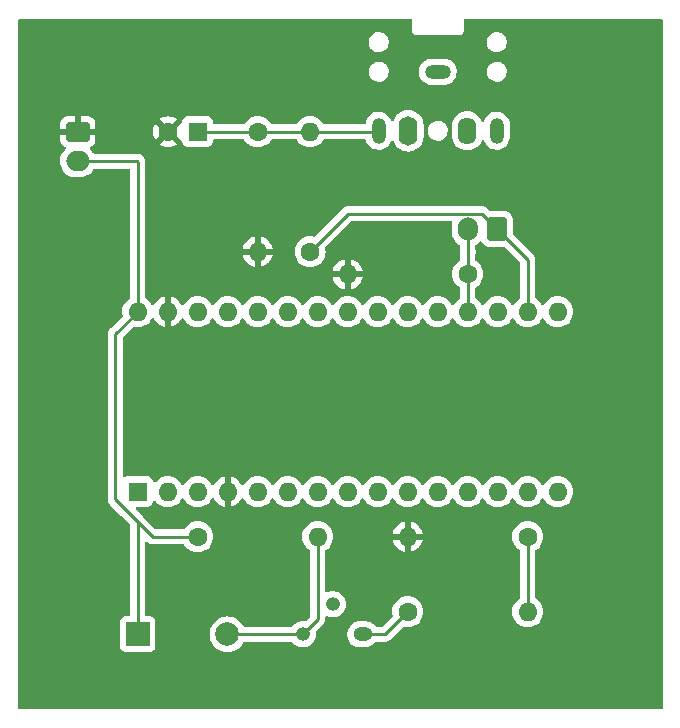
<source format=gbr>
%TF.GenerationSoftware,KiCad,Pcbnew,7.0.9*%
%TF.CreationDate,2024-03-24T10:40:35-04:00*%
%TF.ProjectId,Dryer Buzzer V2,44727965-7220-4427-957a-7a6572205632,rev?*%
%TF.SameCoordinates,Original*%
%TF.FileFunction,Copper,L1,Top*%
%TF.FilePolarity,Positive*%
%FSLAX46Y46*%
G04 Gerber Fmt 4.6, Leading zero omitted, Abs format (unit mm)*
G04 Created by KiCad (PCBNEW 7.0.9) date 2024-03-24 10:40:35*
%MOMM*%
%LPD*%
G01*
G04 APERTURE LIST*
G04 Aperture macros list*
%AMRoundRect*
0 Rectangle with rounded corners*
0 $1 Rounding radius*
0 $2 $3 $4 $5 $6 $7 $8 $9 X,Y pos of 4 corners*
0 Add a 4 corners polygon primitive as box body*
4,1,4,$2,$3,$4,$5,$6,$7,$8,$9,$2,$3,0*
0 Add four circle primitives for the rounded corners*
1,1,$1+$1,$2,$3*
1,1,$1+$1,$4,$5*
1,1,$1+$1,$6,$7*
1,1,$1+$1,$8,$9*
0 Add four rect primitives between the rounded corners*
20,1,$1+$1,$2,$3,$4,$5,0*
20,1,$1+$1,$4,$5,$6,$7,0*
20,1,$1+$1,$6,$7,$8,$9,0*
20,1,$1+$1,$8,$9,$2,$3,0*%
G04 Aperture macros list end*
%TA.AperFunction,ComponentPad*%
%ADD10O,1.200000X2.200000*%
%TD*%
%TA.AperFunction,ComponentPad*%
%ADD11O,1.600000X2.300000*%
%TD*%
%TA.AperFunction,ComponentPad*%
%ADD12O,2.200000X1.200000*%
%TD*%
%TA.AperFunction,ComponentPad*%
%ADD13O,1.600000X2.500000*%
%TD*%
%TA.AperFunction,ComponentPad*%
%ADD14R,1.600000X1.600000*%
%TD*%
%TA.AperFunction,ComponentPad*%
%ADD15O,1.600000X1.600000*%
%TD*%
%TA.AperFunction,ComponentPad*%
%ADD16C,1.600000*%
%TD*%
%TA.AperFunction,ComponentPad*%
%ADD17RoundRect,0.250000X-0.750000X0.600000X-0.750000X-0.600000X0.750000X-0.600000X0.750000X0.600000X0*%
%TD*%
%TA.AperFunction,ComponentPad*%
%ADD18O,2.000000X1.700000*%
%TD*%
%TA.AperFunction,ComponentPad*%
%ADD19O,1.600000X1.200000*%
%TD*%
%TA.AperFunction,ComponentPad*%
%ADD20O,1.200000X1.200000*%
%TD*%
%TA.AperFunction,ComponentPad*%
%ADD21R,2.000000X2.000000*%
%TD*%
%TA.AperFunction,ComponentPad*%
%ADD22C,2.000000*%
%TD*%
%TA.AperFunction,ComponentPad*%
%ADD23RoundRect,0.250000X0.600000X0.750000X-0.600000X0.750000X-0.600000X-0.750000X0.600000X-0.750000X0*%
%TD*%
%TA.AperFunction,ComponentPad*%
%ADD24O,1.700000X2.000000*%
%TD*%
%TA.AperFunction,ViaPad*%
%ADD25C,0.800000*%
%TD*%
%TA.AperFunction,Conductor*%
%ADD26C,0.250000*%
%TD*%
G04 APERTURE END LIST*
D10*
%TO.P,J1,R*%
%TO.N,unconnected-(J1-PadR)*%
X142160000Y-32940000D03*
D11*
%TO.P,J1,RN*%
%TO.N,unconnected-(J1-PadRN)*%
X139660000Y-32940000D03*
D12*
%TO.P,J1,S*%
%TO.N,/A1*%
X137160000Y-27940000D03*
D10*
%TO.P,J1,T*%
%TO.N,Net-(C1-Pad1)*%
X132160000Y-32940000D03*
D13*
%TO.P,J1,TN*%
%TO.N,unconnected-(J1-PadTN)*%
X134660000Y-32940000D03*
%TD*%
D14*
%TO.P,A1,1,D1/TX*%
%TO.N,unconnected-(A1-Pad1)*%
X111760000Y-63500000D03*
D15*
%TO.P,A1,2,D0/RX*%
%TO.N,unconnected-(A1-Pad2)*%
X114300000Y-63500000D03*
%TO.P,A1,3,~{RESET}*%
%TO.N,unconnected-(A1-Pad3)*%
X116840000Y-63500000D03*
%TO.P,A1,4,GND*%
%TO.N,GND*%
X119380000Y-63500000D03*
%TO.P,A1,5,D2*%
%TO.N,unconnected-(A1-Pad5)*%
X121920000Y-63500000D03*
%TO.P,A1,6,D3*%
%TO.N,unconnected-(A1-Pad6)*%
X124460000Y-63500000D03*
%TO.P,A1,7,D4*%
%TO.N,unconnected-(A1-Pad7)*%
X127000000Y-63500000D03*
%TO.P,A1,8,D5*%
%TO.N,/D8*%
X129540000Y-63500000D03*
%TO.P,A1,9,D6*%
%TO.N,unconnected-(A1-Pad9)*%
X132080000Y-63500000D03*
%TO.P,A1,10,D7*%
%TO.N,unconnected-(A1-Pad10)*%
X134620000Y-63500000D03*
%TO.P,A1,11,D8*%
%TO.N,unconnected-(A1-Pad11)*%
X137160000Y-63500000D03*
%TO.P,A1,12,D9*%
%TO.N,unconnected-(A1-Pad12)*%
X139700000Y-63500000D03*
%TO.P,A1,13,D10*%
%TO.N,unconnected-(A1-Pad13)*%
X142240000Y-63500000D03*
%TO.P,A1,14,D11*%
%TO.N,unconnected-(A1-Pad14)*%
X144780000Y-63500000D03*
%TO.P,A1,15,D12*%
%TO.N,unconnected-(A1-Pad15)*%
X147320000Y-63500000D03*
%TO.P,A1,16,D13*%
%TO.N,unconnected-(A1-Pad16)*%
X147320000Y-48260000D03*
%TO.P,A1,17,3V3*%
%TO.N,+3V3*%
X144780000Y-48260000D03*
%TO.P,A1,18,AREF*%
%TO.N,unconnected-(A1-Pad18)*%
X142240000Y-48260000D03*
%TO.P,A1,19,A0*%
%TO.N,/A0*%
X139700000Y-48260000D03*
%TO.P,A1,20,A1*%
%TO.N,/A1*%
X137160000Y-48260000D03*
%TO.P,A1,21,A2*%
%TO.N,unconnected-(A1-Pad21)*%
X134620000Y-48260000D03*
%TO.P,A1,22,A3*%
%TO.N,unconnected-(A1-Pad22)*%
X132080000Y-48260000D03*
%TO.P,A1,23,A4*%
%TO.N,unconnected-(A1-Pad23)*%
X129540000Y-48260000D03*
%TO.P,A1,24,A5*%
%TO.N,unconnected-(A1-Pad24)*%
X127000000Y-48260000D03*
%TO.P,A1,25,A6*%
%TO.N,unconnected-(A1-Pad25)*%
X124460000Y-48260000D03*
%TO.P,A1,26,A7*%
%TO.N,unconnected-(A1-Pad26)*%
X121920000Y-48260000D03*
%TO.P,A1,27,+5V*%
%TO.N,unconnected-(A1-Pad27)*%
X119380000Y-48260000D03*
%TO.P,A1,28,~{RESET}*%
%TO.N,unconnected-(A1-Pad28)*%
X116840000Y-48260000D03*
%TO.P,A1,29,GND*%
%TO.N,GND*%
X114300000Y-48260000D03*
%TO.P,A1,30,VIN*%
%TO.N,+9V*%
X111760000Y-48260000D03*
%TD*%
D16*
%TO.P,R5,1*%
%TO.N,Net-(R4-Pad2)*%
X144780000Y-67310000D03*
D15*
%TO.P,R5,2*%
%TO.N,GND*%
X134620000Y-67310000D03*
%TD*%
D17*
%TO.P,J3,1,Pin_1*%
%TO.N,GND*%
X106680000Y-33020000D03*
D18*
%TO.P,J3,2,Pin_2*%
%TO.N,+9V*%
X106680000Y-35520000D03*
%TD*%
D19*
%TO.P,Q1,1,E*%
%TO.N,Net-(Q1-Pad1)*%
X130810000Y-75565000D03*
D20*
%TO.P,Q1,2,B*%
%TO.N,/D8*%
X128270000Y-73025000D03*
%TO.P,Q1,3,C*%
%TO.N,Net-(BZ1-Pad2)*%
X125730000Y-75565000D03*
%TD*%
D14*
%TO.P,C1,1*%
%TO.N,Net-(C1-Pad1)*%
X116840000Y-33020000D03*
D16*
%TO.P,C1,2*%
%TO.N,GND*%
X114340000Y-33020000D03*
%TD*%
D21*
%TO.P,BZ1,1,-*%
%TO.N,+9V*%
X111760000Y-75565000D03*
D22*
%TO.P,BZ1,2,+*%
%TO.N,Net-(BZ1-Pad2)*%
X119360000Y-75565000D03*
%TD*%
D16*
%TO.P,R1,1*%
%TO.N,+3V3*%
X126365000Y-43180000D03*
D15*
%TO.P,R1,2*%
%TO.N,Net-(C1-Pad1)*%
X126365000Y-33020000D03*
%TD*%
D16*
%TO.P,R2,1*%
%TO.N,Net-(C1-Pad1)*%
X121920000Y-33020000D03*
D15*
%TO.P,R2,2*%
%TO.N,GND*%
X121920000Y-43180000D03*
%TD*%
D16*
%TO.P,R4,1*%
%TO.N,Net-(Q1-Pad1)*%
X134620000Y-73660000D03*
D15*
%TO.P,R4,2*%
%TO.N,Net-(R4-Pad2)*%
X144780000Y-73660000D03*
%TD*%
D16*
%TO.P,R3,1*%
%TO.N,+9V*%
X116840000Y-67310000D03*
D15*
%TO.P,R3,2*%
%TO.N,Net-(BZ1-Pad2)*%
X127000000Y-67310000D03*
%TD*%
D16*
%TO.P,R6,1*%
%TO.N,/A0*%
X139700000Y-45085000D03*
D15*
%TO.P,R6,2*%
%TO.N,GND*%
X129540000Y-45085000D03*
%TD*%
D23*
%TO.P,J2,1,Pin_1*%
%TO.N,+3V3*%
X142200000Y-41275000D03*
D24*
%TO.P,J2,2,Pin_2*%
%TO.N,/A0*%
X139700000Y-41275000D03*
%TD*%
D25*
%TO.N,GND*%
X142240000Y-45720000D03*
X142240000Y-44450000D03*
%TD*%
D26*
%TO.N,+3V3*%
X129595000Y-39950000D02*
X126365000Y-43180000D01*
X140875000Y-39950000D02*
X129595000Y-39950000D01*
X142200000Y-41275000D02*
X140875000Y-39950000D01*
%TO.N,Net-(BZ1-Pad2)*%
X125730000Y-75565000D02*
X119360000Y-75565000D01*
X127000000Y-74295000D02*
X125730000Y-75565000D01*
X127000000Y-67310000D02*
X127000000Y-74295000D01*
%TO.N,Net-(Q1-Pad1)*%
X133985000Y-74295000D02*
X132715000Y-75565000D01*
X132715000Y-75565000D02*
X130810000Y-75565000D01*
X133985000Y-74295000D02*
X134620000Y-73660000D01*
%TO.N,+3V3*%
X144780000Y-43855000D02*
X142200000Y-41275000D01*
X144780000Y-48260000D02*
X144780000Y-43855000D01*
%TO.N,/A0*%
X139700000Y-48260000D02*
X139700000Y-41275000D01*
%TO.N,Net-(R4-Pad2)*%
X144780000Y-73660000D02*
X144780000Y-67310000D01*
%TO.N,+9V*%
X113030000Y-67310000D02*
X116840000Y-67310000D01*
X111760000Y-66040000D02*
X113030000Y-67310000D01*
X111760000Y-66040000D02*
X111760000Y-74930000D01*
X109855000Y-50165000D02*
X109855000Y-64135000D01*
X109855000Y-64135000D02*
X111760000Y-66040000D01*
X111760000Y-48260000D02*
X109855000Y-50165000D01*
%TO.N,GND*%
X114300000Y-45720000D02*
X114340000Y-45680000D01*
%TO.N,/A0*%
X139700000Y-45720000D02*
X139700000Y-43220000D01*
X139700000Y-43220000D02*
X139740000Y-43180000D01*
X139700000Y-48260000D02*
X139700000Y-45720000D01*
%TO.N,+9V*%
X106680000Y-35520000D02*
X111720000Y-35520000D01*
X111720000Y-35520000D02*
X111760000Y-35560000D01*
X111760000Y-35560000D02*
X111760000Y-48260000D01*
%TO.N,Net-(C1-Pad1)*%
X116840000Y-33020000D02*
X121920000Y-33020000D01*
X132080000Y-33020000D02*
X132160000Y-32940000D01*
X121920000Y-33020000D02*
X127000000Y-33020000D01*
X127000000Y-33020000D02*
X132080000Y-33020000D01*
%TD*%
%TA.AperFunction,Conductor*%
%TO.N,GND*%
G36*
X140895552Y-42332268D02*
G01*
X140910254Y-42351580D01*
X141000967Y-42498648D01*
X141000970Y-42498652D01*
X141126348Y-42624030D01*
X141277262Y-42717115D01*
X141445574Y-42772887D01*
X141549455Y-42783500D01*
X142761232Y-42783499D01*
X142828271Y-42803184D01*
X142848913Y-42819818D01*
X144110181Y-44081085D01*
X144143666Y-44142408D01*
X144146500Y-44168766D01*
X144146500Y-47041647D01*
X144126815Y-47108686D01*
X144093624Y-47143221D01*
X143935699Y-47253802D01*
X143773806Y-47415695D01*
X143642476Y-47603251D01*
X143622382Y-47646345D01*
X143576209Y-47698784D01*
X143509016Y-47717936D01*
X143442135Y-47697720D01*
X143397618Y-47646345D01*
X143377523Y-47603251D01*
X143246198Y-47415700D01*
X143084300Y-47253802D01*
X142896749Y-47122477D01*
X142896745Y-47122475D01*
X142689249Y-47025718D01*
X142689238Y-47025714D01*
X142468089Y-46966457D01*
X142468081Y-46966456D01*
X142240002Y-46946502D01*
X142239998Y-46946502D01*
X142011918Y-46966456D01*
X142011910Y-46966457D01*
X141790761Y-47025714D01*
X141790750Y-47025718D01*
X141583254Y-47122475D01*
X141583252Y-47122476D01*
X141512856Y-47171767D01*
X141395700Y-47253802D01*
X141395698Y-47253803D01*
X141395695Y-47253806D01*
X141233806Y-47415695D01*
X141102476Y-47603251D01*
X141082382Y-47646345D01*
X141036209Y-47698784D01*
X140969016Y-47717936D01*
X140902135Y-47697720D01*
X140857618Y-47646345D01*
X140837523Y-47603251D01*
X140706198Y-47415700D01*
X140544300Y-47253802D01*
X140386376Y-47143221D01*
X140342751Y-47088644D01*
X140333500Y-47041647D01*
X140333500Y-46303352D01*
X140353185Y-46236313D01*
X140386373Y-46201779D01*
X140544300Y-46091198D01*
X140706198Y-45929300D01*
X140837523Y-45741749D01*
X140934284Y-45534243D01*
X140993543Y-45313087D01*
X141013498Y-45085000D01*
X140993543Y-44856913D01*
X140934284Y-44635757D01*
X140837523Y-44428251D01*
X140706198Y-44240700D01*
X140544300Y-44078802D01*
X140386376Y-43968221D01*
X140342751Y-43913644D01*
X140333500Y-43866647D01*
X140333500Y-43429304D01*
X140343699Y-43380056D01*
X140353181Y-43358144D01*
X140353181Y-43358142D01*
X140369866Y-43252804D01*
X140378220Y-43200057D01*
X140363157Y-43040707D01*
X140340830Y-42978693D01*
X140333500Y-42936690D01*
X140333500Y-42699574D01*
X140353185Y-42632535D01*
X140392483Y-42593986D01*
X140510730Y-42521179D01*
X140684324Y-42368398D01*
X140708242Y-42338775D01*
X140765670Y-42298985D01*
X140835497Y-42296558D01*
X140895552Y-42332268D01*
G37*
%TD.AperFunction*%
%TA.AperFunction,Conductor*%
G36*
X134902539Y-23460185D02*
G01*
X134948294Y-23512989D01*
X134959500Y-23564500D01*
X134959500Y-24439500D01*
X134959500Y-24440000D01*
X134959500Y-24492727D01*
X134986793Y-24594587D01*
X135039520Y-24685913D01*
X135114087Y-24760480D01*
X135205413Y-24813207D01*
X135307273Y-24840500D01*
X135307275Y-24840500D01*
X139012725Y-24840500D01*
X139012727Y-24840500D01*
X139114587Y-24813207D01*
X139205913Y-24760480D01*
X139280480Y-24685913D01*
X139333207Y-24594587D01*
X139360500Y-24492727D01*
X139360500Y-24440000D01*
X139360500Y-24439500D01*
X139360500Y-23564500D01*
X139380185Y-23497461D01*
X139432989Y-23451706D01*
X139484500Y-23440500D01*
X143659899Y-23440500D01*
X156086046Y-23494955D01*
X156152996Y-23514933D01*
X156198519Y-23567937D01*
X156209500Y-23618954D01*
X156209500Y-81790500D01*
X156189815Y-81857539D01*
X156137011Y-81903294D01*
X156085500Y-81914500D01*
X101724500Y-81914500D01*
X101657461Y-81894815D01*
X101611706Y-81842011D01*
X101600500Y-81790500D01*
X101600500Y-35462135D01*
X105167816Y-35462135D01*
X105177630Y-35693172D01*
X105177630Y-35693178D01*
X105226351Y-35919240D01*
X105312572Y-36133809D01*
X105312574Y-36133813D01*
X105433821Y-36330730D01*
X105586602Y-36504324D01*
X105586605Y-36504327D01*
X105766517Y-36649595D01*
X105766523Y-36649600D01*
X105875142Y-36710278D01*
X105968409Y-36762380D01*
X106186450Y-36839419D01*
X106186456Y-36839420D01*
X106414365Y-36878499D01*
X106414373Y-36878499D01*
X106414375Y-36878500D01*
X106414376Y-36878500D01*
X106887719Y-36878500D01*
X107060413Y-36863802D01*
X107060416Y-36863801D01*
X107060418Y-36863801D01*
X107284207Y-36805530D01*
X107284208Y-36805529D01*
X107284210Y-36805529D01*
X107494919Y-36710283D01*
X107494922Y-36710280D01*
X107494929Y-36710278D01*
X107686523Y-36580783D01*
X107853476Y-36420772D01*
X107990985Y-36234847D01*
X107997625Y-36221676D01*
X108045383Y-36170677D01*
X108108349Y-36153500D01*
X111002500Y-36153500D01*
X111069539Y-36173185D01*
X111115294Y-36225989D01*
X111126500Y-36277500D01*
X111126500Y-47041647D01*
X111106815Y-47108686D01*
X111073624Y-47143221D01*
X110915699Y-47253802D01*
X110753806Y-47415695D01*
X110622476Y-47603252D01*
X110622475Y-47603254D01*
X110525718Y-47810750D01*
X110525714Y-47810761D01*
X110466457Y-48031910D01*
X110466456Y-48031918D01*
X110446502Y-48259998D01*
X110446502Y-48260001D01*
X110466456Y-48488081D01*
X110466458Y-48488091D01*
X110483758Y-48552655D01*
X110482095Y-48622504D01*
X110451664Y-48672429D01*
X109466179Y-49657914D01*
X109453820Y-49667818D01*
X109453993Y-49668027D01*
X109447983Y-49672999D01*
X109400015Y-49724079D01*
X109378872Y-49745222D01*
X109378857Y-49745239D01*
X109374531Y-49750814D01*
X109370747Y-49755244D01*
X109338419Y-49789671D01*
X109338412Y-49789681D01*
X109328579Y-49807567D01*
X109317903Y-49823820D01*
X109305386Y-49839957D01*
X109305385Y-49839959D01*
X109286625Y-49883310D01*
X109284055Y-49888556D01*
X109261303Y-49929941D01*
X109261303Y-49929942D01*
X109256225Y-49949720D01*
X109249925Y-49968122D01*
X109241818Y-49986857D01*
X109234431Y-50033495D01*
X109233246Y-50039216D01*
X109221500Y-50084965D01*
X109221500Y-50105384D01*
X109219973Y-50124783D01*
X109216780Y-50144941D01*
X109216780Y-50144942D01*
X109221225Y-50191966D01*
X109221500Y-50197804D01*
X109221500Y-64051366D01*
X109219761Y-64067113D01*
X109220032Y-64067139D01*
X109219298Y-64074905D01*
X109221500Y-64144957D01*
X109221500Y-64174859D01*
X109222384Y-64181856D01*
X109222842Y-64187679D01*
X109224326Y-64234889D01*
X109224327Y-64234891D01*
X109230022Y-64254495D01*
X109233967Y-64273542D01*
X109236526Y-64293797D01*
X109236527Y-64293800D01*
X109236528Y-64293803D01*
X109253914Y-64337716D01*
X109255806Y-64343244D01*
X109268981Y-64388592D01*
X109279372Y-64406162D01*
X109287932Y-64423635D01*
X109295447Y-64442617D01*
X109323209Y-64480827D01*
X109326416Y-64485710D01*
X109350458Y-64526362D01*
X109350462Y-64526366D01*
X109364889Y-64540793D01*
X109377526Y-64555588D01*
X109389528Y-64572107D01*
X109425931Y-64602222D01*
X109430231Y-64606135D01*
X110386669Y-65562573D01*
X111090181Y-66266085D01*
X111123666Y-66327408D01*
X111126500Y-66353766D01*
X111126500Y-73932500D01*
X111106815Y-73999539D01*
X111054011Y-74045294D01*
X111002500Y-74056500D01*
X110711345Y-74056500D01*
X110650797Y-74063011D01*
X110650795Y-74063011D01*
X110513795Y-74114111D01*
X110396739Y-74201739D01*
X110309111Y-74318795D01*
X110258011Y-74455795D01*
X110258011Y-74455797D01*
X110251500Y-74516345D01*
X110251500Y-76613654D01*
X110258011Y-76674202D01*
X110258011Y-76674204D01*
X110300896Y-76789179D01*
X110309111Y-76811204D01*
X110396739Y-76928261D01*
X110513796Y-77015889D01*
X110650799Y-77066989D01*
X110678050Y-77069918D01*
X110711345Y-77073499D01*
X110711362Y-77073500D01*
X112808638Y-77073500D01*
X112808654Y-77073499D01*
X112835692Y-77070591D01*
X112869201Y-77066989D01*
X113006204Y-77015889D01*
X113123261Y-76928261D01*
X113210889Y-76811204D01*
X113261989Y-76674201D01*
X113266372Y-76633436D01*
X113268499Y-76613654D01*
X113268500Y-76613637D01*
X113268500Y-75565000D01*
X117846835Y-75565000D01*
X117865465Y-75801714D01*
X117920895Y-76032595D01*
X117920895Y-76032597D01*
X118011757Y-76251959D01*
X118011759Y-76251962D01*
X118135820Y-76454410D01*
X118135821Y-76454413D01*
X118135824Y-76454416D01*
X118290031Y-76634969D01*
X118429797Y-76754340D01*
X118470586Y-76789178D01*
X118470589Y-76789179D01*
X118673037Y-76913240D01*
X118673040Y-76913242D01*
X118892403Y-77004104D01*
X118892404Y-77004104D01*
X118892406Y-77004105D01*
X119123289Y-77059535D01*
X119360000Y-77078165D01*
X119596711Y-77059535D01*
X119827594Y-77004105D01*
X119827596Y-77004104D01*
X119827597Y-77004104D01*
X120046959Y-76913242D01*
X120046960Y-76913241D01*
X120046963Y-76913240D01*
X120249416Y-76789176D01*
X120429969Y-76634969D01*
X120584176Y-76454416D01*
X120669616Y-76314992D01*
X120704719Y-76257710D01*
X120756531Y-76210835D01*
X120810446Y-76198500D01*
X124757584Y-76198500D01*
X124824623Y-76218185D01*
X124856538Y-76247773D01*
X124859702Y-76251963D01*
X124907299Y-76314991D01*
X125059118Y-76453392D01*
X125233782Y-76561540D01*
X125425345Y-76635751D01*
X125627282Y-76673500D01*
X125627284Y-76673500D01*
X125832716Y-76673500D01*
X125832718Y-76673500D01*
X126034655Y-76635751D01*
X126226218Y-76561540D01*
X126400882Y-76453392D01*
X126552701Y-76314991D01*
X126676503Y-76151050D01*
X126768074Y-75967152D01*
X126824294Y-75769559D01*
X126843249Y-75565000D01*
X126838339Y-75512016D01*
X129497719Y-75512016D01*
X129507792Y-75723474D01*
X129526773Y-75801714D01*
X129557701Y-75929200D01*
X129557701Y-75929202D01*
X129645643Y-76121770D01*
X129645647Y-76121776D01*
X129768436Y-76294210D01*
X129768442Y-76294216D01*
X129921657Y-76440306D01*
X130099741Y-76554753D01*
X130099746Y-76554756D01*
X130296279Y-76633436D01*
X130400215Y-76653468D01*
X130504150Y-76673500D01*
X130504151Y-76673500D01*
X131062797Y-76673500D01*
X131062803Y-76673500D01*
X131220739Y-76658419D01*
X131423862Y-76598777D01*
X131612026Y-76501771D01*
X131778432Y-76370908D01*
X131890741Y-76241296D01*
X131949519Y-76203523D01*
X131984454Y-76198500D01*
X132631366Y-76198500D01*
X132647113Y-76200238D01*
X132647139Y-76199968D01*
X132654905Y-76200701D01*
X132654909Y-76200702D01*
X132724958Y-76198500D01*
X132754856Y-76198500D01*
X132754857Y-76198500D01*
X132756222Y-76198327D01*
X132761862Y-76197614D01*
X132767685Y-76197156D01*
X132793708Y-76196338D01*
X132814890Y-76195673D01*
X132824681Y-76192827D01*
X132834481Y-76189980D01*
X132853538Y-76186032D01*
X132873797Y-76183474D01*
X132917721Y-76166082D01*
X132923221Y-76164199D01*
X132968593Y-76151018D01*
X132986165Y-76140625D01*
X133003632Y-76132068D01*
X133022617Y-76124552D01*
X133060826Y-76096790D01*
X133065704Y-76093585D01*
X133106362Y-76069542D01*
X133120802Y-76055100D01*
X133135592Y-76042470D01*
X133152107Y-76030472D01*
X133182222Y-75994067D01*
X133186126Y-75989776D01*
X134207569Y-74968333D01*
X134268890Y-74934850D01*
X134327341Y-74936241D01*
X134345979Y-74941234D01*
X134391913Y-74953543D01*
X134554832Y-74967796D01*
X134619998Y-74973498D01*
X134620000Y-74973498D01*
X134620002Y-74973498D01*
X134679013Y-74968335D01*
X134848087Y-74953543D01*
X135069243Y-74894284D01*
X135276749Y-74797523D01*
X135464300Y-74666198D01*
X135626198Y-74504300D01*
X135757523Y-74316749D01*
X135854284Y-74109243D01*
X135913543Y-73888087D01*
X135933498Y-73660001D01*
X143466502Y-73660001D01*
X143486456Y-73888081D01*
X143486457Y-73888089D01*
X143545714Y-74109238D01*
X143545718Y-74109249D01*
X143641688Y-74315057D01*
X143642477Y-74316749D01*
X143773802Y-74504300D01*
X143935700Y-74666198D01*
X144123251Y-74797523D01*
X144205305Y-74835785D01*
X144330750Y-74894281D01*
X144330752Y-74894281D01*
X144330757Y-74894284D01*
X144551913Y-74953543D01*
X144714832Y-74967796D01*
X144779998Y-74973498D01*
X144780000Y-74973498D01*
X144780002Y-74973498D01*
X144839013Y-74968335D01*
X145008087Y-74953543D01*
X145229243Y-74894284D01*
X145436749Y-74797523D01*
X145624300Y-74666198D01*
X145786198Y-74504300D01*
X145917523Y-74316749D01*
X146014284Y-74109243D01*
X146073543Y-73888087D01*
X146093498Y-73660000D01*
X146073543Y-73431913D01*
X146014284Y-73210757D01*
X145917523Y-73003251D01*
X145786198Y-72815700D01*
X145624300Y-72653802D01*
X145580099Y-72622852D01*
X145466376Y-72543221D01*
X145422751Y-72488644D01*
X145413500Y-72441647D01*
X145413500Y-68528352D01*
X145433185Y-68461313D01*
X145466373Y-68426779D01*
X145624300Y-68316198D01*
X145786198Y-68154300D01*
X145917523Y-67966749D01*
X146014284Y-67759243D01*
X146073543Y-67538087D01*
X146093498Y-67310000D01*
X146073543Y-67081913D01*
X146014284Y-66860757D01*
X145917523Y-66653251D01*
X145786198Y-66465700D01*
X145624300Y-66303802D01*
X145436749Y-66172477D01*
X145436745Y-66172475D01*
X145229249Y-66075718D01*
X145229238Y-66075714D01*
X145008089Y-66016457D01*
X145008081Y-66016456D01*
X144780002Y-65996502D01*
X144779998Y-65996502D01*
X144551918Y-66016456D01*
X144551910Y-66016457D01*
X144330761Y-66075714D01*
X144330750Y-66075718D01*
X144123254Y-66172475D01*
X144123252Y-66172476D01*
X144123251Y-66172477D01*
X143935700Y-66303802D01*
X143935698Y-66303803D01*
X143935695Y-66303806D01*
X143773806Y-66465695D01*
X143642476Y-66653252D01*
X143642475Y-66653254D01*
X143545718Y-66860750D01*
X143545714Y-66860761D01*
X143486457Y-67081910D01*
X143486456Y-67081918D01*
X143466502Y-67309998D01*
X143466502Y-67310001D01*
X143486456Y-67538081D01*
X143486457Y-67538089D01*
X143545714Y-67759238D01*
X143545718Y-67759249D01*
X143631635Y-67943499D01*
X143642477Y-67966749D01*
X143773802Y-68154300D01*
X143935700Y-68316198D01*
X144093625Y-68426779D01*
X144137249Y-68481354D01*
X144146500Y-68528352D01*
X144146500Y-72441647D01*
X144126815Y-72508686D01*
X144093624Y-72543221D01*
X143935699Y-72653802D01*
X143773806Y-72815695D01*
X143773803Y-72815698D01*
X143773802Y-72815700D01*
X143691767Y-72932856D01*
X143642476Y-73003252D01*
X143642475Y-73003254D01*
X143545718Y-73210750D01*
X143545714Y-73210761D01*
X143486457Y-73431910D01*
X143486456Y-73431918D01*
X143466502Y-73659998D01*
X143466502Y-73660001D01*
X135933498Y-73660001D01*
X135933498Y-73660000D01*
X135913543Y-73431913D01*
X135854284Y-73210757D01*
X135757523Y-73003251D01*
X135626198Y-72815700D01*
X135464300Y-72653802D01*
X135276749Y-72522477D01*
X135276745Y-72522475D01*
X135069249Y-72425718D01*
X135069238Y-72425714D01*
X134848089Y-72366457D01*
X134848081Y-72366456D01*
X134620002Y-72346502D01*
X134619998Y-72346502D01*
X134391918Y-72366456D01*
X134391910Y-72366457D01*
X134170761Y-72425714D01*
X134170750Y-72425718D01*
X133963254Y-72522475D01*
X133963252Y-72522476D01*
X133892856Y-72571767D01*
X133775700Y-72653802D01*
X133775698Y-72653803D01*
X133775695Y-72653806D01*
X133613806Y-72815695D01*
X133613803Y-72815698D01*
X133613802Y-72815700D01*
X133531767Y-72932856D01*
X133482476Y-73003252D01*
X133482475Y-73003254D01*
X133385718Y-73210750D01*
X133385714Y-73210761D01*
X133326457Y-73431910D01*
X133326456Y-73431918D01*
X133306502Y-73659998D01*
X133306502Y-73660001D01*
X133316562Y-73774993D01*
X133326457Y-73888087D01*
X133338941Y-73934680D01*
X133343758Y-73952655D01*
X133342095Y-74022504D01*
X133311664Y-74072429D01*
X132488914Y-74895181D01*
X132427591Y-74928666D01*
X132401233Y-74931500D01*
X131983644Y-74931500D01*
X131916605Y-74911815D01*
X131882637Y-74879428D01*
X131877554Y-74872290D01*
X131851559Y-74835785D01*
X131811431Y-74797523D01*
X131698342Y-74689693D01*
X131520258Y-74575246D01*
X131520255Y-74575245D01*
X131520254Y-74575244D01*
X131373132Y-74516345D01*
X131323719Y-74496563D01*
X131115850Y-74456500D01*
X131115849Y-74456500D01*
X130557197Y-74456500D01*
X130399261Y-74471581D01*
X130399257Y-74471582D01*
X130196140Y-74531222D01*
X130007975Y-74628228D01*
X129841565Y-74759094D01*
X129702938Y-74919077D01*
X129702930Y-74919088D01*
X129597088Y-75102415D01*
X129527847Y-75302471D01*
X129527847Y-75302473D01*
X129497719Y-75512016D01*
X126838339Y-75512016D01*
X126830187Y-75424044D01*
X126843602Y-75355478D01*
X126865974Y-75324928D01*
X127388815Y-74802087D01*
X127401180Y-74792183D01*
X127401006Y-74791973D01*
X127407012Y-74787003D01*
X127407018Y-74787000D01*
X127454999Y-74735904D01*
X127476134Y-74714770D01*
X127480463Y-74709187D01*
X127484242Y-74704763D01*
X127516586Y-74670321D01*
X127526423Y-74652424D01*
X127537097Y-74636174D01*
X127549613Y-74620041D01*
X127568372Y-74576689D01*
X127570933Y-74571462D01*
X127593695Y-74530060D01*
X127598774Y-74510274D01*
X127605072Y-74491882D01*
X127613181Y-74473145D01*
X127620569Y-74426497D01*
X127621751Y-74420786D01*
X127633500Y-74375030D01*
X127633500Y-74354615D01*
X127635027Y-74335214D01*
X127638220Y-74315057D01*
X127633775Y-74268033D01*
X127633500Y-74262195D01*
X127633500Y-74148212D01*
X127653185Y-74081173D01*
X127705989Y-74035418D01*
X127775147Y-74025474D01*
X127802290Y-74032584D01*
X127965345Y-74095751D01*
X128167282Y-74133500D01*
X128167284Y-74133500D01*
X128372716Y-74133500D01*
X128372718Y-74133500D01*
X128574655Y-74095751D01*
X128766218Y-74021540D01*
X128940882Y-73913392D01*
X129092701Y-73774991D01*
X129216503Y-73611050D01*
X129308074Y-73427152D01*
X129364294Y-73229559D01*
X129383249Y-73025000D01*
X129364294Y-72820441D01*
X129308074Y-72622848D01*
X129308069Y-72622837D01*
X129216506Y-72438955D01*
X129216501Y-72438947D01*
X129092699Y-72275006D01*
X128940883Y-72136609D01*
X128940882Y-72136608D01*
X128766218Y-72028460D01*
X128574655Y-71954249D01*
X128372718Y-71916500D01*
X128167282Y-71916500D01*
X127965345Y-71954249D01*
X127965340Y-71954250D01*
X127802293Y-72017414D01*
X127732670Y-72023276D01*
X127670930Y-71990565D01*
X127636675Y-71929669D01*
X127633500Y-71901787D01*
X127633500Y-68528352D01*
X127653185Y-68461313D01*
X127686373Y-68426779D01*
X127844300Y-68316198D01*
X128006198Y-68154300D01*
X128137523Y-67966749D01*
X128234284Y-67759243D01*
X128293543Y-67538087D01*
X128313498Y-67310000D01*
X128293543Y-67081913D01*
X128287671Y-67059999D01*
X133341127Y-67059999D01*
X133341128Y-67060000D01*
X134304314Y-67060000D01*
X134292359Y-67071955D01*
X134234835Y-67184852D01*
X134215014Y-67310000D01*
X134234835Y-67435148D01*
X134292359Y-67548045D01*
X134304314Y-67560000D01*
X133341128Y-67560000D01*
X133393730Y-67756317D01*
X133393734Y-67756326D01*
X133489865Y-67962482D01*
X133620342Y-68148820D01*
X133781179Y-68309657D01*
X133967517Y-68440134D01*
X134173673Y-68536265D01*
X134173682Y-68536269D01*
X134369999Y-68588872D01*
X134370000Y-68588871D01*
X134370000Y-67625686D01*
X134381955Y-67637641D01*
X134494852Y-67695165D01*
X134588519Y-67710000D01*
X134651481Y-67710000D01*
X134745148Y-67695165D01*
X134858045Y-67637641D01*
X134870000Y-67625686D01*
X134870000Y-68588872D01*
X135066317Y-68536269D01*
X135066326Y-68536265D01*
X135272482Y-68440134D01*
X135458820Y-68309657D01*
X135619657Y-68148820D01*
X135750134Y-67962482D01*
X135846265Y-67756326D01*
X135846269Y-67756317D01*
X135898872Y-67560000D01*
X134935686Y-67560000D01*
X134947641Y-67548045D01*
X135005165Y-67435148D01*
X135024986Y-67310000D01*
X135005165Y-67184852D01*
X134947641Y-67071955D01*
X134935686Y-67060000D01*
X135898872Y-67060000D01*
X135898872Y-67059999D01*
X135846269Y-66863682D01*
X135846265Y-66863673D01*
X135750134Y-66657517D01*
X135619657Y-66471179D01*
X135458820Y-66310342D01*
X135272482Y-66179865D01*
X135066328Y-66083734D01*
X134870000Y-66031127D01*
X134870000Y-66994314D01*
X134858045Y-66982359D01*
X134745148Y-66924835D01*
X134651481Y-66910000D01*
X134588519Y-66910000D01*
X134494852Y-66924835D01*
X134381955Y-66982359D01*
X134370000Y-66994314D01*
X134370000Y-66031127D01*
X134173671Y-66083734D01*
X133967517Y-66179865D01*
X133781179Y-66310342D01*
X133620342Y-66471179D01*
X133489865Y-66657517D01*
X133393734Y-66863673D01*
X133393730Y-66863682D01*
X133341127Y-67059999D01*
X128287671Y-67059999D01*
X128234284Y-66860757D01*
X128137523Y-66653251D01*
X128006198Y-66465700D01*
X127844300Y-66303802D01*
X127656749Y-66172477D01*
X127656745Y-66172475D01*
X127449249Y-66075718D01*
X127449238Y-66075714D01*
X127228089Y-66016457D01*
X127228081Y-66016456D01*
X127000002Y-65996502D01*
X126999998Y-65996502D01*
X126771918Y-66016456D01*
X126771910Y-66016457D01*
X126550761Y-66075714D01*
X126550750Y-66075718D01*
X126343254Y-66172475D01*
X126343252Y-66172476D01*
X126343251Y-66172477D01*
X126155700Y-66303802D01*
X126155698Y-66303803D01*
X126155695Y-66303806D01*
X125993806Y-66465695D01*
X125862476Y-66653252D01*
X125862475Y-66653254D01*
X125765718Y-66860750D01*
X125765714Y-66860761D01*
X125706457Y-67081910D01*
X125706456Y-67081918D01*
X125686502Y-67309998D01*
X125686502Y-67310001D01*
X125706456Y-67538081D01*
X125706457Y-67538089D01*
X125765714Y-67759238D01*
X125765718Y-67759249D01*
X125851635Y-67943499D01*
X125862477Y-67966749D01*
X125993802Y-68154300D01*
X126155700Y-68316198D01*
X126313625Y-68426779D01*
X126357249Y-68481354D01*
X126366500Y-68528352D01*
X126366500Y-73981232D01*
X126346815Y-74048271D01*
X126330181Y-74068913D01*
X125971507Y-74427586D01*
X125910184Y-74461071D01*
X125861045Y-74461794D01*
X125832723Y-74456500D01*
X125832718Y-74456500D01*
X125627282Y-74456500D01*
X125425345Y-74494249D01*
X125425342Y-74494249D01*
X125425342Y-74494250D01*
X125233779Y-74568461D01*
X125059116Y-74676609D01*
X124907300Y-74815007D01*
X124856538Y-74882227D01*
X124800429Y-74923863D01*
X124757584Y-74931500D01*
X120810446Y-74931500D01*
X120743407Y-74911815D01*
X120704719Y-74872290D01*
X120593275Y-74690432D01*
X120584178Y-74675588D01*
X120584178Y-74675586D01*
X120536733Y-74620036D01*
X120429969Y-74495031D01*
X120289464Y-74375028D01*
X120249413Y-74340821D01*
X120249410Y-74340820D01*
X120046962Y-74216759D01*
X120046959Y-74216757D01*
X119827596Y-74125895D01*
X119596714Y-74070465D01*
X119360000Y-74051835D01*
X119123285Y-74070465D01*
X118892404Y-74125895D01*
X118892402Y-74125895D01*
X118673040Y-74216757D01*
X118673037Y-74216759D01*
X118470589Y-74340820D01*
X118470586Y-74340821D01*
X118290031Y-74495031D01*
X118135821Y-74675586D01*
X118135820Y-74675589D01*
X118011759Y-74878037D01*
X118011757Y-74878040D01*
X117920895Y-75097402D01*
X117920895Y-75097404D01*
X117865465Y-75328285D01*
X117846835Y-75565000D01*
X113268500Y-75565000D01*
X113268500Y-74516362D01*
X113268499Y-74516345D01*
X113265157Y-74485270D01*
X113261989Y-74455799D01*
X113248924Y-74420772D01*
X113231863Y-74375030D01*
X113210889Y-74318796D01*
X113123261Y-74201739D01*
X113006204Y-74114111D01*
X112993139Y-74109238D01*
X112869203Y-74063011D01*
X112808654Y-74056500D01*
X112808638Y-74056500D01*
X112517500Y-74056500D01*
X112450461Y-74036815D01*
X112404706Y-73984011D01*
X112393500Y-73932500D01*
X112393500Y-67868766D01*
X112413185Y-67801727D01*
X112465989Y-67755972D01*
X112535147Y-67746028D01*
X112598703Y-67775053D01*
X112605181Y-67781085D01*
X112610230Y-67786134D01*
X112615802Y-67790456D01*
X112620242Y-67794249D01*
X112654678Y-67826586D01*
X112672567Y-67836420D01*
X112688833Y-67847104D01*
X112704959Y-67859613D01*
X112748298Y-67878367D01*
X112753545Y-67880937D01*
X112794940Y-67903695D01*
X112814718Y-67908773D01*
X112833119Y-67915073D01*
X112851855Y-67923181D01*
X112896362Y-67930229D01*
X112898503Y-67930569D01*
X112904212Y-67931751D01*
X112949970Y-67943500D01*
X112970384Y-67943500D01*
X112989783Y-67945027D01*
X113009943Y-67948220D01*
X113056966Y-67943775D01*
X113062804Y-67943500D01*
X115621648Y-67943500D01*
X115688687Y-67963185D01*
X115723220Y-67996373D01*
X115833802Y-68154300D01*
X115995700Y-68316198D01*
X116183251Y-68447523D01*
X116308091Y-68505736D01*
X116390750Y-68544281D01*
X116390752Y-68544281D01*
X116390757Y-68544284D01*
X116611913Y-68603543D01*
X116774832Y-68617796D01*
X116839998Y-68623498D01*
X116840000Y-68623498D01*
X116840002Y-68623498D01*
X116897021Y-68618509D01*
X117068087Y-68603543D01*
X117289243Y-68544284D01*
X117496749Y-68447523D01*
X117684300Y-68316198D01*
X117846198Y-68154300D01*
X117977523Y-67966749D01*
X118074284Y-67759243D01*
X118133543Y-67538087D01*
X118153498Y-67310000D01*
X118133543Y-67081913D01*
X118074284Y-66860757D01*
X117977523Y-66653251D01*
X117846198Y-66465700D01*
X117684300Y-66303802D01*
X117496749Y-66172477D01*
X117496745Y-66172475D01*
X117289249Y-66075718D01*
X117289238Y-66075714D01*
X117068089Y-66016457D01*
X117068081Y-66016456D01*
X116840002Y-65996502D01*
X116839998Y-65996502D01*
X116611918Y-66016456D01*
X116611910Y-66016457D01*
X116390761Y-66075714D01*
X116390750Y-66075718D01*
X116183254Y-66172475D01*
X116183252Y-66172476D01*
X116183251Y-66172477D01*
X115995700Y-66303802D01*
X115995698Y-66303803D01*
X115995695Y-66303806D01*
X115833806Y-66465695D01*
X115833803Y-66465698D01*
X115833802Y-66465700D01*
X115723220Y-66623625D01*
X115668646Y-66667249D01*
X115621648Y-66676500D01*
X113343767Y-66676500D01*
X113276728Y-66656815D01*
X113256086Y-66640181D01*
X112250106Y-65634201D01*
X112237469Y-65619406D01*
X112225471Y-65602892D01*
X112219976Y-65598347D01*
X112189072Y-65572780D01*
X112184769Y-65568864D01*
X112179770Y-65563865D01*
X112179769Y-65563864D01*
X112178527Y-65562622D01*
X112178501Y-65562597D01*
X111636085Y-65020181D01*
X111602600Y-64958858D01*
X111607584Y-64889166D01*
X111649456Y-64833233D01*
X111714920Y-64808816D01*
X111723766Y-64808500D01*
X112608638Y-64808500D01*
X112608654Y-64808499D01*
X112635692Y-64805591D01*
X112669201Y-64801989D01*
X112806204Y-64750889D01*
X112923261Y-64663261D01*
X113010889Y-64546204D01*
X113061989Y-64409201D01*
X113063569Y-64394500D01*
X113090304Y-64329952D01*
X113147695Y-64290102D01*
X113217521Y-64287606D01*
X113277611Y-64323257D01*
X113288428Y-64336626D01*
X113293802Y-64344300D01*
X113455700Y-64506198D01*
X113643251Y-64637523D01*
X113698445Y-64663260D01*
X113850750Y-64734281D01*
X113850752Y-64734281D01*
X113850757Y-64734284D01*
X114071913Y-64793543D01*
X114234832Y-64807796D01*
X114299998Y-64813498D01*
X114300000Y-64813498D01*
X114300002Y-64813498D01*
X114357139Y-64808499D01*
X114528087Y-64793543D01*
X114749243Y-64734284D01*
X114956749Y-64637523D01*
X115144300Y-64506198D01*
X115306198Y-64344300D01*
X115437523Y-64156749D01*
X115457618Y-64113655D01*
X115503790Y-64061215D01*
X115570983Y-64042063D01*
X115637864Y-64062278D01*
X115682382Y-64113655D01*
X115702477Y-64156749D01*
X115833802Y-64344300D01*
X115995700Y-64506198D01*
X116183251Y-64637523D01*
X116238445Y-64663260D01*
X116390750Y-64734281D01*
X116390752Y-64734281D01*
X116390757Y-64734284D01*
X116611913Y-64793543D01*
X116774832Y-64807796D01*
X116839998Y-64813498D01*
X116840000Y-64813498D01*
X116840002Y-64813498D01*
X116897139Y-64808499D01*
X117068087Y-64793543D01*
X117289243Y-64734284D01*
X117496749Y-64637523D01*
X117684300Y-64506198D01*
X117846198Y-64344300D01*
X117977523Y-64156749D01*
X118002307Y-64103598D01*
X118048479Y-64051159D01*
X118115672Y-64032007D01*
X118182553Y-64052222D01*
X118227071Y-64103599D01*
X118249864Y-64152479D01*
X118249865Y-64152481D01*
X118380342Y-64338820D01*
X118541179Y-64499657D01*
X118727517Y-64630134D01*
X118933673Y-64726265D01*
X118933682Y-64726269D01*
X119129999Y-64778872D01*
X119130000Y-64778871D01*
X119130000Y-63935501D01*
X119237685Y-63984680D01*
X119344237Y-64000000D01*
X119415763Y-64000000D01*
X119522315Y-63984680D01*
X119630000Y-63935501D01*
X119630000Y-64778872D01*
X119826317Y-64726269D01*
X119826326Y-64726265D01*
X120032482Y-64630134D01*
X120218820Y-64499657D01*
X120379657Y-64338820D01*
X120510133Y-64152483D01*
X120532927Y-64103600D01*
X120579098Y-64051160D01*
X120646292Y-64032007D01*
X120713173Y-64052221D01*
X120757691Y-64103596D01*
X120782477Y-64156749D01*
X120913802Y-64344300D01*
X121075700Y-64506198D01*
X121263251Y-64637523D01*
X121318445Y-64663260D01*
X121470750Y-64734281D01*
X121470752Y-64734281D01*
X121470757Y-64734284D01*
X121691913Y-64793543D01*
X121854832Y-64807796D01*
X121919998Y-64813498D01*
X121920000Y-64813498D01*
X121920002Y-64813498D01*
X121977139Y-64808499D01*
X122148087Y-64793543D01*
X122369243Y-64734284D01*
X122576749Y-64637523D01*
X122764300Y-64506198D01*
X122926198Y-64344300D01*
X123057523Y-64156749D01*
X123077618Y-64113655D01*
X123123790Y-64061215D01*
X123190983Y-64042063D01*
X123257864Y-64062278D01*
X123302382Y-64113655D01*
X123322477Y-64156749D01*
X123453802Y-64344300D01*
X123615700Y-64506198D01*
X123803251Y-64637523D01*
X123858445Y-64663260D01*
X124010750Y-64734281D01*
X124010752Y-64734281D01*
X124010757Y-64734284D01*
X124231913Y-64793543D01*
X124394832Y-64807796D01*
X124459998Y-64813498D01*
X124460000Y-64813498D01*
X124460002Y-64813498D01*
X124517139Y-64808499D01*
X124688087Y-64793543D01*
X124909243Y-64734284D01*
X125116749Y-64637523D01*
X125304300Y-64506198D01*
X125466198Y-64344300D01*
X125597523Y-64156749D01*
X125617618Y-64113655D01*
X125663790Y-64061215D01*
X125730983Y-64042063D01*
X125797864Y-64062278D01*
X125842382Y-64113655D01*
X125862477Y-64156749D01*
X125993802Y-64344300D01*
X126155700Y-64506198D01*
X126343251Y-64637523D01*
X126398445Y-64663260D01*
X126550750Y-64734281D01*
X126550752Y-64734281D01*
X126550757Y-64734284D01*
X126771913Y-64793543D01*
X126934832Y-64807796D01*
X126999998Y-64813498D01*
X127000000Y-64813498D01*
X127000002Y-64813498D01*
X127057139Y-64808499D01*
X127228087Y-64793543D01*
X127449243Y-64734284D01*
X127656749Y-64637523D01*
X127844300Y-64506198D01*
X128006198Y-64344300D01*
X128137523Y-64156749D01*
X128157618Y-64113655D01*
X128203790Y-64061215D01*
X128270983Y-64042063D01*
X128337864Y-64062278D01*
X128382382Y-64113655D01*
X128402477Y-64156749D01*
X128533802Y-64344300D01*
X128695700Y-64506198D01*
X128883251Y-64637523D01*
X128938445Y-64663260D01*
X129090750Y-64734281D01*
X129090752Y-64734281D01*
X129090757Y-64734284D01*
X129311913Y-64793543D01*
X129474832Y-64807796D01*
X129539998Y-64813498D01*
X129540000Y-64813498D01*
X129540002Y-64813498D01*
X129597139Y-64808499D01*
X129768087Y-64793543D01*
X129989243Y-64734284D01*
X130196749Y-64637523D01*
X130384300Y-64506198D01*
X130546198Y-64344300D01*
X130677523Y-64156749D01*
X130697618Y-64113655D01*
X130743790Y-64061215D01*
X130810983Y-64042063D01*
X130877864Y-64062278D01*
X130922382Y-64113655D01*
X130942477Y-64156749D01*
X131073802Y-64344300D01*
X131235700Y-64506198D01*
X131423251Y-64637523D01*
X131478445Y-64663260D01*
X131630750Y-64734281D01*
X131630752Y-64734281D01*
X131630757Y-64734284D01*
X131851913Y-64793543D01*
X132014832Y-64807796D01*
X132079998Y-64813498D01*
X132080000Y-64813498D01*
X132080002Y-64813498D01*
X132137139Y-64808499D01*
X132308087Y-64793543D01*
X132529243Y-64734284D01*
X132736749Y-64637523D01*
X132924300Y-64506198D01*
X133086198Y-64344300D01*
X133217523Y-64156749D01*
X133237618Y-64113655D01*
X133283790Y-64061215D01*
X133350983Y-64042063D01*
X133417864Y-64062278D01*
X133462382Y-64113655D01*
X133482477Y-64156749D01*
X133613802Y-64344300D01*
X133775700Y-64506198D01*
X133963251Y-64637523D01*
X134018445Y-64663260D01*
X134170750Y-64734281D01*
X134170752Y-64734281D01*
X134170757Y-64734284D01*
X134391913Y-64793543D01*
X134554832Y-64807796D01*
X134619998Y-64813498D01*
X134620000Y-64813498D01*
X134620002Y-64813498D01*
X134677139Y-64808499D01*
X134848087Y-64793543D01*
X135069243Y-64734284D01*
X135276749Y-64637523D01*
X135464300Y-64506198D01*
X135626198Y-64344300D01*
X135757523Y-64156749D01*
X135777618Y-64113655D01*
X135823790Y-64061215D01*
X135890983Y-64042063D01*
X135957864Y-64062278D01*
X136002382Y-64113655D01*
X136022477Y-64156749D01*
X136153802Y-64344300D01*
X136315700Y-64506198D01*
X136503251Y-64637523D01*
X136558445Y-64663260D01*
X136710750Y-64734281D01*
X136710752Y-64734281D01*
X136710757Y-64734284D01*
X136931913Y-64793543D01*
X137094832Y-64807796D01*
X137159998Y-64813498D01*
X137160000Y-64813498D01*
X137160002Y-64813498D01*
X137217139Y-64808499D01*
X137388087Y-64793543D01*
X137609243Y-64734284D01*
X137816749Y-64637523D01*
X138004300Y-64506198D01*
X138166198Y-64344300D01*
X138297523Y-64156749D01*
X138317618Y-64113655D01*
X138363790Y-64061215D01*
X138430983Y-64042063D01*
X138497864Y-64062278D01*
X138542382Y-64113655D01*
X138562477Y-64156749D01*
X138693802Y-64344300D01*
X138855700Y-64506198D01*
X139043251Y-64637523D01*
X139098445Y-64663260D01*
X139250750Y-64734281D01*
X139250752Y-64734281D01*
X139250757Y-64734284D01*
X139471913Y-64793543D01*
X139634832Y-64807796D01*
X139699998Y-64813498D01*
X139700000Y-64813498D01*
X139700002Y-64813498D01*
X139757139Y-64808499D01*
X139928087Y-64793543D01*
X140149243Y-64734284D01*
X140356749Y-64637523D01*
X140544300Y-64506198D01*
X140706198Y-64344300D01*
X140837523Y-64156749D01*
X140857618Y-64113655D01*
X140903790Y-64061215D01*
X140970983Y-64042063D01*
X141037864Y-64062278D01*
X141082382Y-64113655D01*
X141102477Y-64156749D01*
X141233802Y-64344300D01*
X141395700Y-64506198D01*
X141583251Y-64637523D01*
X141638445Y-64663260D01*
X141790750Y-64734281D01*
X141790752Y-64734281D01*
X141790757Y-64734284D01*
X142011913Y-64793543D01*
X142174832Y-64807796D01*
X142239998Y-64813498D01*
X142240000Y-64813498D01*
X142240002Y-64813498D01*
X142297139Y-64808499D01*
X142468087Y-64793543D01*
X142689243Y-64734284D01*
X142896749Y-64637523D01*
X143084300Y-64506198D01*
X143246198Y-64344300D01*
X143377523Y-64156749D01*
X143397618Y-64113655D01*
X143443790Y-64061215D01*
X143510983Y-64042063D01*
X143577864Y-64062278D01*
X143622382Y-64113655D01*
X143642477Y-64156749D01*
X143773802Y-64344300D01*
X143935700Y-64506198D01*
X144123251Y-64637523D01*
X144178445Y-64663260D01*
X144330750Y-64734281D01*
X144330752Y-64734281D01*
X144330757Y-64734284D01*
X144551913Y-64793543D01*
X144714832Y-64807796D01*
X144779998Y-64813498D01*
X144780000Y-64813498D01*
X144780002Y-64813498D01*
X144837139Y-64808499D01*
X145008087Y-64793543D01*
X145229243Y-64734284D01*
X145436749Y-64637523D01*
X145624300Y-64506198D01*
X145786198Y-64344300D01*
X145917523Y-64156749D01*
X145937618Y-64113655D01*
X145983790Y-64061215D01*
X146050983Y-64042063D01*
X146117864Y-64062278D01*
X146162382Y-64113655D01*
X146182477Y-64156749D01*
X146313802Y-64344300D01*
X146475700Y-64506198D01*
X146663251Y-64637523D01*
X146718445Y-64663260D01*
X146870750Y-64734281D01*
X146870752Y-64734281D01*
X146870757Y-64734284D01*
X147091913Y-64793543D01*
X147254832Y-64807796D01*
X147319998Y-64813498D01*
X147320000Y-64813498D01*
X147320002Y-64813498D01*
X147377139Y-64808499D01*
X147548087Y-64793543D01*
X147769243Y-64734284D01*
X147976749Y-64637523D01*
X148164300Y-64506198D01*
X148326198Y-64344300D01*
X148457523Y-64156749D01*
X148554284Y-63949243D01*
X148613543Y-63728087D01*
X148633498Y-63500000D01*
X148613543Y-63271913D01*
X148554284Y-63050757D01*
X148457523Y-62843251D01*
X148326198Y-62655700D01*
X148164300Y-62493802D01*
X147976749Y-62362477D01*
X147976745Y-62362475D01*
X147769249Y-62265718D01*
X147769238Y-62265714D01*
X147548089Y-62206457D01*
X147548081Y-62206456D01*
X147320002Y-62186502D01*
X147319998Y-62186502D01*
X147091918Y-62206456D01*
X147091910Y-62206457D01*
X146870761Y-62265714D01*
X146870750Y-62265718D01*
X146663254Y-62362475D01*
X146663252Y-62362476D01*
X146663251Y-62362477D01*
X146475700Y-62493802D01*
X146475698Y-62493803D01*
X146475695Y-62493806D01*
X146313806Y-62655695D01*
X146182476Y-62843251D01*
X146162382Y-62886345D01*
X146116209Y-62938784D01*
X146049016Y-62957936D01*
X145982135Y-62937720D01*
X145937618Y-62886345D01*
X145917523Y-62843251D01*
X145786198Y-62655700D01*
X145624300Y-62493802D01*
X145436749Y-62362477D01*
X145436745Y-62362475D01*
X145229249Y-62265718D01*
X145229238Y-62265714D01*
X145008089Y-62206457D01*
X145008081Y-62206456D01*
X144780002Y-62186502D01*
X144779998Y-62186502D01*
X144551918Y-62206456D01*
X144551910Y-62206457D01*
X144330761Y-62265714D01*
X144330750Y-62265718D01*
X144123254Y-62362475D01*
X144123252Y-62362476D01*
X144123251Y-62362477D01*
X143935700Y-62493802D01*
X143935698Y-62493803D01*
X143935695Y-62493806D01*
X143773806Y-62655695D01*
X143642476Y-62843251D01*
X143622382Y-62886345D01*
X143576209Y-62938784D01*
X143509016Y-62957936D01*
X143442135Y-62937720D01*
X143397618Y-62886345D01*
X143377523Y-62843251D01*
X143246198Y-62655700D01*
X143084300Y-62493802D01*
X142896749Y-62362477D01*
X142896745Y-62362475D01*
X142689249Y-62265718D01*
X142689238Y-62265714D01*
X142468089Y-62206457D01*
X142468081Y-62206456D01*
X142240002Y-62186502D01*
X142239998Y-62186502D01*
X142011918Y-62206456D01*
X142011910Y-62206457D01*
X141790761Y-62265714D01*
X141790750Y-62265718D01*
X141583254Y-62362475D01*
X141583252Y-62362476D01*
X141583251Y-62362477D01*
X141395700Y-62493802D01*
X141395698Y-62493803D01*
X141395695Y-62493806D01*
X141233806Y-62655695D01*
X141102476Y-62843251D01*
X141082382Y-62886345D01*
X141036209Y-62938784D01*
X140969016Y-62957936D01*
X140902135Y-62937720D01*
X140857618Y-62886345D01*
X140837523Y-62843251D01*
X140706198Y-62655700D01*
X140544300Y-62493802D01*
X140356749Y-62362477D01*
X140356745Y-62362475D01*
X140149249Y-62265718D01*
X140149238Y-62265714D01*
X139928089Y-62206457D01*
X139928081Y-62206456D01*
X139700002Y-62186502D01*
X139699998Y-62186502D01*
X139471918Y-62206456D01*
X139471910Y-62206457D01*
X139250761Y-62265714D01*
X139250750Y-62265718D01*
X139043254Y-62362475D01*
X139043252Y-62362476D01*
X139043251Y-62362477D01*
X138855700Y-62493802D01*
X138855698Y-62493803D01*
X138855695Y-62493806D01*
X138693806Y-62655695D01*
X138562476Y-62843251D01*
X138542382Y-62886345D01*
X138496209Y-62938784D01*
X138429016Y-62957936D01*
X138362135Y-62937720D01*
X138317618Y-62886345D01*
X138297523Y-62843251D01*
X138166198Y-62655700D01*
X138004300Y-62493802D01*
X137816749Y-62362477D01*
X137816745Y-62362475D01*
X137609249Y-62265718D01*
X137609238Y-62265714D01*
X137388089Y-62206457D01*
X137388081Y-62206456D01*
X137160002Y-62186502D01*
X137159998Y-62186502D01*
X136931918Y-62206456D01*
X136931910Y-62206457D01*
X136710761Y-62265714D01*
X136710750Y-62265718D01*
X136503254Y-62362475D01*
X136503252Y-62362476D01*
X136503251Y-62362477D01*
X136315700Y-62493802D01*
X136315698Y-62493803D01*
X136315695Y-62493806D01*
X136153806Y-62655695D01*
X136022476Y-62843251D01*
X136002382Y-62886345D01*
X135956209Y-62938784D01*
X135889016Y-62957936D01*
X135822135Y-62937720D01*
X135777618Y-62886345D01*
X135757523Y-62843251D01*
X135626198Y-62655700D01*
X135464300Y-62493802D01*
X135276749Y-62362477D01*
X135276745Y-62362475D01*
X135069249Y-62265718D01*
X135069238Y-62265714D01*
X134848089Y-62206457D01*
X134848081Y-62206456D01*
X134620002Y-62186502D01*
X134619998Y-62186502D01*
X134391918Y-62206456D01*
X134391910Y-62206457D01*
X134170761Y-62265714D01*
X134170750Y-62265718D01*
X133963254Y-62362475D01*
X133963252Y-62362476D01*
X133963251Y-62362477D01*
X133775700Y-62493802D01*
X133775698Y-62493803D01*
X133775695Y-62493806D01*
X133613806Y-62655695D01*
X133482476Y-62843251D01*
X133462382Y-62886345D01*
X133416209Y-62938784D01*
X133349016Y-62957936D01*
X133282135Y-62937720D01*
X133237618Y-62886345D01*
X133217523Y-62843251D01*
X133086198Y-62655700D01*
X132924300Y-62493802D01*
X132736749Y-62362477D01*
X132736745Y-62362475D01*
X132529249Y-62265718D01*
X132529238Y-62265714D01*
X132308089Y-62206457D01*
X132308081Y-62206456D01*
X132080002Y-62186502D01*
X132079998Y-62186502D01*
X131851918Y-62206456D01*
X131851910Y-62206457D01*
X131630761Y-62265714D01*
X131630750Y-62265718D01*
X131423254Y-62362475D01*
X131423252Y-62362476D01*
X131423251Y-62362477D01*
X131235700Y-62493802D01*
X131235698Y-62493803D01*
X131235695Y-62493806D01*
X131073806Y-62655695D01*
X130942476Y-62843251D01*
X130922382Y-62886345D01*
X130876209Y-62938784D01*
X130809016Y-62957936D01*
X130742135Y-62937720D01*
X130697618Y-62886345D01*
X130677523Y-62843251D01*
X130546198Y-62655700D01*
X130384300Y-62493802D01*
X130196749Y-62362477D01*
X130196745Y-62362475D01*
X129989249Y-62265718D01*
X129989238Y-62265714D01*
X129768089Y-62206457D01*
X129768081Y-62206456D01*
X129540002Y-62186502D01*
X129539998Y-62186502D01*
X129311918Y-62206456D01*
X129311910Y-62206457D01*
X129090761Y-62265714D01*
X129090750Y-62265718D01*
X128883254Y-62362475D01*
X128883252Y-62362476D01*
X128883251Y-62362477D01*
X128695700Y-62493802D01*
X128695698Y-62493803D01*
X128695695Y-62493806D01*
X128533806Y-62655695D01*
X128402476Y-62843251D01*
X128382382Y-62886345D01*
X128336209Y-62938784D01*
X128269016Y-62957936D01*
X128202135Y-62937720D01*
X128157618Y-62886345D01*
X128137523Y-62843251D01*
X128006198Y-62655700D01*
X127844300Y-62493802D01*
X127656749Y-62362477D01*
X127656745Y-62362475D01*
X127449249Y-62265718D01*
X127449238Y-62265714D01*
X127228089Y-62206457D01*
X127228081Y-62206456D01*
X127000002Y-62186502D01*
X126999998Y-62186502D01*
X126771918Y-62206456D01*
X126771910Y-62206457D01*
X126550761Y-62265714D01*
X126550750Y-62265718D01*
X126343254Y-62362475D01*
X126343252Y-62362476D01*
X126343251Y-62362477D01*
X126155700Y-62493802D01*
X126155698Y-62493803D01*
X126155695Y-62493806D01*
X125993806Y-62655695D01*
X125862476Y-62843251D01*
X125842382Y-62886345D01*
X125796209Y-62938784D01*
X125729016Y-62957936D01*
X125662135Y-62937720D01*
X125617618Y-62886345D01*
X125597523Y-62843251D01*
X125466198Y-62655700D01*
X125304300Y-62493802D01*
X125116749Y-62362477D01*
X125116745Y-62362475D01*
X124909249Y-62265718D01*
X124909238Y-62265714D01*
X124688089Y-62206457D01*
X124688081Y-62206456D01*
X124460002Y-62186502D01*
X124459998Y-62186502D01*
X124231918Y-62206456D01*
X124231910Y-62206457D01*
X124010761Y-62265714D01*
X124010750Y-62265718D01*
X123803254Y-62362475D01*
X123803252Y-62362476D01*
X123803251Y-62362477D01*
X123615700Y-62493802D01*
X123615698Y-62493803D01*
X123615695Y-62493806D01*
X123453806Y-62655695D01*
X123322476Y-62843251D01*
X123302382Y-62886345D01*
X123256209Y-62938784D01*
X123189016Y-62957936D01*
X123122135Y-62937720D01*
X123077618Y-62886345D01*
X123057523Y-62843251D01*
X122926198Y-62655700D01*
X122764300Y-62493802D01*
X122576749Y-62362477D01*
X122576745Y-62362475D01*
X122369249Y-62265718D01*
X122369238Y-62265714D01*
X122148089Y-62206457D01*
X122148081Y-62206456D01*
X121920002Y-62186502D01*
X121919998Y-62186502D01*
X121691918Y-62206456D01*
X121691910Y-62206457D01*
X121470761Y-62265714D01*
X121470750Y-62265718D01*
X121263254Y-62362475D01*
X121263252Y-62362476D01*
X121263251Y-62362477D01*
X121075700Y-62493802D01*
X121075698Y-62493803D01*
X121075695Y-62493806D01*
X120913806Y-62655695D01*
X120782476Y-62843252D01*
X120782474Y-62843256D01*
X120757691Y-62896402D01*
X120711518Y-62948841D01*
X120644324Y-62967992D01*
X120577444Y-62947775D01*
X120532927Y-62896399D01*
X120510133Y-62847517D01*
X120379657Y-62661179D01*
X120218820Y-62500342D01*
X120032482Y-62369865D01*
X119826328Y-62273734D01*
X119630000Y-62221127D01*
X119630000Y-63064498D01*
X119522315Y-63015320D01*
X119415763Y-63000000D01*
X119344237Y-63000000D01*
X119237685Y-63015320D01*
X119130000Y-63064498D01*
X119130000Y-62221127D01*
X118933671Y-62273734D01*
X118727517Y-62369865D01*
X118541179Y-62500342D01*
X118380342Y-62661179D01*
X118249865Y-62847517D01*
X118227071Y-62896401D01*
X118180898Y-62948840D01*
X118113705Y-62967992D01*
X118046824Y-62947776D01*
X118002307Y-62896401D01*
X117977523Y-62843251D01*
X117846198Y-62655700D01*
X117684300Y-62493802D01*
X117496749Y-62362477D01*
X117496745Y-62362475D01*
X117289249Y-62265718D01*
X117289238Y-62265714D01*
X117068089Y-62206457D01*
X117068081Y-62206456D01*
X116840002Y-62186502D01*
X116839998Y-62186502D01*
X116611918Y-62206456D01*
X116611910Y-62206457D01*
X116390761Y-62265714D01*
X116390750Y-62265718D01*
X116183254Y-62362475D01*
X116183252Y-62362476D01*
X116183251Y-62362477D01*
X115995700Y-62493802D01*
X115995698Y-62493803D01*
X115995695Y-62493806D01*
X115833806Y-62655695D01*
X115702476Y-62843251D01*
X115682382Y-62886345D01*
X115636209Y-62938784D01*
X115569016Y-62957936D01*
X115502135Y-62937720D01*
X115457618Y-62886345D01*
X115437523Y-62843251D01*
X115306198Y-62655700D01*
X115144300Y-62493802D01*
X114956749Y-62362477D01*
X114956745Y-62362475D01*
X114749249Y-62265718D01*
X114749238Y-62265714D01*
X114528089Y-62206457D01*
X114528081Y-62206456D01*
X114300002Y-62186502D01*
X114299998Y-62186502D01*
X114071918Y-62206456D01*
X114071910Y-62206457D01*
X113850761Y-62265714D01*
X113850750Y-62265718D01*
X113643254Y-62362475D01*
X113643252Y-62362476D01*
X113643251Y-62362477D01*
X113455700Y-62493802D01*
X113455698Y-62493803D01*
X113455695Y-62493806D01*
X113293805Y-62655696D01*
X113288429Y-62663374D01*
X113233849Y-62706995D01*
X113164350Y-62714184D01*
X113101997Y-62682658D01*
X113066587Y-62622426D01*
X113063570Y-62605510D01*
X113061989Y-62590799D01*
X113010889Y-62453796D01*
X112923261Y-62336739D01*
X112806204Y-62249111D01*
X112669203Y-62198011D01*
X112608654Y-62191500D01*
X112608638Y-62191500D01*
X110911362Y-62191500D01*
X110911345Y-62191500D01*
X110850797Y-62198011D01*
X110850795Y-62198011D01*
X110713793Y-62249111D01*
X110713793Y-62249112D01*
X110686809Y-62269312D01*
X110621344Y-62293728D01*
X110553072Y-62278875D01*
X110503667Y-62229469D01*
X110488500Y-62170044D01*
X110488500Y-50478766D01*
X110508185Y-50411727D01*
X110524819Y-50391085D01*
X110929049Y-49986855D01*
X111347570Y-49568333D01*
X111408891Y-49534850D01*
X111467341Y-49536240D01*
X111531913Y-49553543D01*
X111694832Y-49567796D01*
X111759998Y-49573498D01*
X111760000Y-49573498D01*
X111760002Y-49573498D01*
X111819013Y-49568335D01*
X111988087Y-49553543D01*
X112209243Y-49494284D01*
X112416749Y-49397523D01*
X112604300Y-49266198D01*
X112766198Y-49104300D01*
X112897523Y-48916749D01*
X112922307Y-48863598D01*
X112968479Y-48811159D01*
X113035672Y-48792007D01*
X113102553Y-48812222D01*
X113147071Y-48863599D01*
X113169864Y-48912479D01*
X113169865Y-48912481D01*
X113300342Y-49098820D01*
X113461179Y-49259657D01*
X113647517Y-49390134D01*
X113853673Y-49486265D01*
X113853682Y-49486269D01*
X114049999Y-49538872D01*
X114050000Y-49538871D01*
X114050000Y-48695501D01*
X114157685Y-48744680D01*
X114264237Y-48760000D01*
X114335763Y-48760000D01*
X114442315Y-48744680D01*
X114550000Y-48695501D01*
X114550000Y-49538872D01*
X114746317Y-49486269D01*
X114746326Y-49486265D01*
X114952482Y-49390134D01*
X115138820Y-49259657D01*
X115299657Y-49098820D01*
X115430133Y-48912483D01*
X115452927Y-48863600D01*
X115499098Y-48811160D01*
X115566292Y-48792007D01*
X115633173Y-48812221D01*
X115677691Y-48863596D01*
X115702477Y-48916749D01*
X115833802Y-49104300D01*
X115995700Y-49266198D01*
X116183251Y-49397523D01*
X116308091Y-49455736D01*
X116390750Y-49494281D01*
X116390752Y-49494281D01*
X116390757Y-49494284D01*
X116611913Y-49553543D01*
X116774832Y-49567796D01*
X116839998Y-49573498D01*
X116840000Y-49573498D01*
X116840002Y-49573498D01*
X116899013Y-49568335D01*
X117068087Y-49553543D01*
X117289243Y-49494284D01*
X117496749Y-49397523D01*
X117684300Y-49266198D01*
X117846198Y-49104300D01*
X117977523Y-48916749D01*
X117997618Y-48873655D01*
X118043790Y-48821215D01*
X118110983Y-48802063D01*
X118177864Y-48822278D01*
X118222382Y-48873655D01*
X118242477Y-48916749D01*
X118373802Y-49104300D01*
X118535700Y-49266198D01*
X118723251Y-49397523D01*
X118848091Y-49455736D01*
X118930750Y-49494281D01*
X118930752Y-49494281D01*
X118930757Y-49494284D01*
X119151913Y-49553543D01*
X119314832Y-49567796D01*
X119379998Y-49573498D01*
X119380000Y-49573498D01*
X119380002Y-49573498D01*
X119439013Y-49568335D01*
X119608087Y-49553543D01*
X119829243Y-49494284D01*
X120036749Y-49397523D01*
X120224300Y-49266198D01*
X120386198Y-49104300D01*
X120517523Y-48916749D01*
X120537618Y-48873655D01*
X120583790Y-48821215D01*
X120650983Y-48802063D01*
X120717864Y-48822278D01*
X120762382Y-48873655D01*
X120782477Y-48916749D01*
X120913802Y-49104300D01*
X121075700Y-49266198D01*
X121263251Y-49397523D01*
X121388091Y-49455736D01*
X121470750Y-49494281D01*
X121470752Y-49494281D01*
X121470757Y-49494284D01*
X121691913Y-49553543D01*
X121854832Y-49567796D01*
X121919998Y-49573498D01*
X121920000Y-49573498D01*
X121920002Y-49573498D01*
X121979013Y-49568335D01*
X122148087Y-49553543D01*
X122369243Y-49494284D01*
X122576749Y-49397523D01*
X122764300Y-49266198D01*
X122926198Y-49104300D01*
X123057523Y-48916749D01*
X123077618Y-48873655D01*
X123123790Y-48821215D01*
X123190983Y-48802063D01*
X123257864Y-48822278D01*
X123302382Y-48873655D01*
X123322477Y-48916749D01*
X123453802Y-49104300D01*
X123615700Y-49266198D01*
X123803251Y-49397523D01*
X123928091Y-49455736D01*
X124010750Y-49494281D01*
X124010752Y-49494281D01*
X124010757Y-49494284D01*
X124231913Y-49553543D01*
X124394832Y-49567796D01*
X124459998Y-49573498D01*
X124460000Y-49573498D01*
X124460002Y-49573498D01*
X124519013Y-49568335D01*
X124688087Y-49553543D01*
X124909243Y-49494284D01*
X125116749Y-49397523D01*
X125304300Y-49266198D01*
X125466198Y-49104300D01*
X125597523Y-48916749D01*
X125617618Y-48873655D01*
X125663790Y-48821215D01*
X125730983Y-48802063D01*
X125797864Y-48822278D01*
X125842382Y-48873655D01*
X125862477Y-48916749D01*
X125993802Y-49104300D01*
X126155700Y-49266198D01*
X126343251Y-49397523D01*
X126468091Y-49455736D01*
X126550750Y-49494281D01*
X126550752Y-49494281D01*
X126550757Y-49494284D01*
X126771913Y-49553543D01*
X126934832Y-49567796D01*
X126999998Y-49573498D01*
X127000000Y-49573498D01*
X127000002Y-49573498D01*
X127059013Y-49568335D01*
X127228087Y-49553543D01*
X127449243Y-49494284D01*
X127656749Y-49397523D01*
X127844300Y-49266198D01*
X128006198Y-49104300D01*
X128137523Y-48916749D01*
X128157618Y-48873655D01*
X128203790Y-48821215D01*
X128270983Y-48802063D01*
X128337864Y-48822278D01*
X128382382Y-48873655D01*
X128402477Y-48916749D01*
X128533802Y-49104300D01*
X128695700Y-49266198D01*
X128883251Y-49397523D01*
X129008091Y-49455736D01*
X129090750Y-49494281D01*
X129090752Y-49494281D01*
X129090757Y-49494284D01*
X129311913Y-49553543D01*
X129474832Y-49567796D01*
X129539998Y-49573498D01*
X129540000Y-49573498D01*
X129540002Y-49573498D01*
X129599013Y-49568335D01*
X129768087Y-49553543D01*
X129989243Y-49494284D01*
X130196749Y-49397523D01*
X130384300Y-49266198D01*
X130546198Y-49104300D01*
X130677523Y-48916749D01*
X130697618Y-48873655D01*
X130743790Y-48821215D01*
X130810983Y-48802063D01*
X130877864Y-48822278D01*
X130922382Y-48873655D01*
X130942477Y-48916749D01*
X131073802Y-49104300D01*
X131235700Y-49266198D01*
X131423251Y-49397523D01*
X131548091Y-49455736D01*
X131630750Y-49494281D01*
X131630752Y-49494281D01*
X131630757Y-49494284D01*
X131851913Y-49553543D01*
X132014832Y-49567796D01*
X132079998Y-49573498D01*
X132080000Y-49573498D01*
X132080002Y-49573498D01*
X132139013Y-49568335D01*
X132308087Y-49553543D01*
X132529243Y-49494284D01*
X132736749Y-49397523D01*
X132924300Y-49266198D01*
X133086198Y-49104300D01*
X133217523Y-48916749D01*
X133237618Y-48873655D01*
X133283790Y-48821215D01*
X133350983Y-48802063D01*
X133417864Y-48822278D01*
X133462382Y-48873655D01*
X133482477Y-48916749D01*
X133613802Y-49104300D01*
X133775700Y-49266198D01*
X133963251Y-49397523D01*
X134088091Y-49455736D01*
X134170750Y-49494281D01*
X134170752Y-49494281D01*
X134170757Y-49494284D01*
X134391913Y-49553543D01*
X134554832Y-49567796D01*
X134619998Y-49573498D01*
X134620000Y-49573498D01*
X134620002Y-49573498D01*
X134679013Y-49568335D01*
X134848087Y-49553543D01*
X135069243Y-49494284D01*
X135276749Y-49397523D01*
X135464300Y-49266198D01*
X135626198Y-49104300D01*
X135757523Y-48916749D01*
X135777618Y-48873655D01*
X135823790Y-48821215D01*
X135890983Y-48802063D01*
X135957864Y-48822278D01*
X136002382Y-48873655D01*
X136022477Y-48916749D01*
X136153802Y-49104300D01*
X136315700Y-49266198D01*
X136503251Y-49397523D01*
X136628091Y-49455736D01*
X136710750Y-49494281D01*
X136710752Y-49494281D01*
X136710757Y-49494284D01*
X136931913Y-49553543D01*
X137094832Y-49567796D01*
X137159998Y-49573498D01*
X137160000Y-49573498D01*
X137160002Y-49573498D01*
X137219013Y-49568335D01*
X137388087Y-49553543D01*
X137609243Y-49494284D01*
X137816749Y-49397523D01*
X138004300Y-49266198D01*
X138166198Y-49104300D01*
X138297523Y-48916749D01*
X138317618Y-48873655D01*
X138363790Y-48821215D01*
X138430983Y-48802063D01*
X138497864Y-48822278D01*
X138542382Y-48873655D01*
X138562477Y-48916749D01*
X138693802Y-49104300D01*
X138855700Y-49266198D01*
X139043251Y-49397523D01*
X139168091Y-49455736D01*
X139250750Y-49494281D01*
X139250752Y-49494281D01*
X139250757Y-49494284D01*
X139471913Y-49553543D01*
X139634832Y-49567796D01*
X139699998Y-49573498D01*
X139700000Y-49573498D01*
X139700002Y-49573498D01*
X139759013Y-49568335D01*
X139928087Y-49553543D01*
X140149243Y-49494284D01*
X140356749Y-49397523D01*
X140544300Y-49266198D01*
X140706198Y-49104300D01*
X140837523Y-48916749D01*
X140857618Y-48873655D01*
X140903790Y-48821215D01*
X140970983Y-48802063D01*
X141037864Y-48822278D01*
X141082382Y-48873655D01*
X141102477Y-48916749D01*
X141233802Y-49104300D01*
X141395700Y-49266198D01*
X141583251Y-49397523D01*
X141708091Y-49455736D01*
X141790750Y-49494281D01*
X141790752Y-49494281D01*
X141790757Y-49494284D01*
X142011913Y-49553543D01*
X142174832Y-49567796D01*
X142239998Y-49573498D01*
X142240000Y-49573498D01*
X142240002Y-49573498D01*
X142299013Y-49568335D01*
X142468087Y-49553543D01*
X142689243Y-49494284D01*
X142896749Y-49397523D01*
X143084300Y-49266198D01*
X143246198Y-49104300D01*
X143377523Y-48916749D01*
X143397618Y-48873655D01*
X143443790Y-48821215D01*
X143510983Y-48802063D01*
X143577864Y-48822278D01*
X143622382Y-48873655D01*
X143642477Y-48916749D01*
X143773802Y-49104300D01*
X143935700Y-49266198D01*
X144123251Y-49397523D01*
X144248091Y-49455736D01*
X144330750Y-49494281D01*
X144330752Y-49494281D01*
X144330757Y-49494284D01*
X144551913Y-49553543D01*
X144714832Y-49567796D01*
X144779998Y-49573498D01*
X144780000Y-49573498D01*
X144780002Y-49573498D01*
X144839013Y-49568335D01*
X145008087Y-49553543D01*
X145229243Y-49494284D01*
X145436749Y-49397523D01*
X145624300Y-49266198D01*
X145786198Y-49104300D01*
X145917523Y-48916749D01*
X145937618Y-48873655D01*
X145983790Y-48821215D01*
X146050983Y-48802063D01*
X146117864Y-48822278D01*
X146162382Y-48873655D01*
X146182477Y-48916749D01*
X146313802Y-49104300D01*
X146475700Y-49266198D01*
X146663251Y-49397523D01*
X146788091Y-49455736D01*
X146870750Y-49494281D01*
X146870752Y-49494281D01*
X146870757Y-49494284D01*
X147091913Y-49553543D01*
X147254832Y-49567796D01*
X147319998Y-49573498D01*
X147320000Y-49573498D01*
X147320002Y-49573498D01*
X147379013Y-49568335D01*
X147548087Y-49553543D01*
X147769243Y-49494284D01*
X147976749Y-49397523D01*
X148164300Y-49266198D01*
X148326198Y-49104300D01*
X148457523Y-48916749D01*
X148554284Y-48709243D01*
X148613543Y-48488087D01*
X148633498Y-48260000D01*
X148613543Y-48031913D01*
X148554284Y-47810757D01*
X148457523Y-47603251D01*
X148326198Y-47415700D01*
X148164300Y-47253802D01*
X147976749Y-47122477D01*
X147976745Y-47122475D01*
X147769249Y-47025718D01*
X147769238Y-47025714D01*
X147548089Y-46966457D01*
X147548081Y-46966456D01*
X147320002Y-46946502D01*
X147319998Y-46946502D01*
X147091918Y-46966456D01*
X147091910Y-46966457D01*
X146870761Y-47025714D01*
X146870750Y-47025718D01*
X146663254Y-47122475D01*
X146663252Y-47122476D01*
X146592856Y-47171767D01*
X146475700Y-47253802D01*
X146475698Y-47253803D01*
X146475695Y-47253806D01*
X146313806Y-47415695D01*
X146182476Y-47603251D01*
X146162382Y-47646345D01*
X146116209Y-47698784D01*
X146049016Y-47717936D01*
X145982135Y-47697720D01*
X145937618Y-47646345D01*
X145917523Y-47603251D01*
X145786198Y-47415700D01*
X145624300Y-47253802D01*
X145466376Y-47143221D01*
X145422751Y-47088644D01*
X145413500Y-47041647D01*
X145413500Y-43938633D01*
X145415239Y-43922886D01*
X145414968Y-43922861D01*
X145415701Y-43915094D01*
X145415702Y-43915091D01*
X145413500Y-43845042D01*
X145413500Y-43815144D01*
X145412614Y-43808136D01*
X145412156Y-43802314D01*
X145410673Y-43755111D01*
X145410672Y-43755109D01*
X145404979Y-43735515D01*
X145401032Y-43716459D01*
X145398474Y-43696203D01*
X145381084Y-43652283D01*
X145379195Y-43646763D01*
X145377019Y-43639276D01*
X145366018Y-43601407D01*
X145355622Y-43583829D01*
X145347066Y-43566362D01*
X145346592Y-43565165D01*
X145339552Y-43547383D01*
X145311794Y-43509179D01*
X145308587Y-43504296D01*
X145298873Y-43487871D01*
X145284542Y-43463638D01*
X145270108Y-43449204D01*
X145257471Y-43434409D01*
X145248420Y-43421951D01*
X145245470Y-43417890D01*
X145209073Y-43387781D01*
X145204751Y-43383847D01*
X143594818Y-41773914D01*
X143561333Y-41712591D01*
X143558499Y-41686233D01*
X143558499Y-40474462D01*
X143558498Y-40474446D01*
X143558218Y-40471707D01*
X143547887Y-40370574D01*
X143492115Y-40202262D01*
X143399030Y-40051348D01*
X143273652Y-39925970D01*
X143122738Y-39832885D01*
X143122735Y-39832884D01*
X142954427Y-39777113D01*
X142850552Y-39766500D01*
X142850545Y-39766500D01*
X141638767Y-39766500D01*
X141571728Y-39746815D01*
X141551086Y-39730181D01*
X141382088Y-39561183D01*
X141372187Y-39548823D01*
X141371977Y-39548998D01*
X141367002Y-39542986D01*
X141367000Y-39542982D01*
X141340657Y-39518245D01*
X141315921Y-39495015D01*
X141294768Y-39473863D01*
X141292792Y-39472331D01*
X141289183Y-39469531D01*
X141284750Y-39465744D01*
X141250321Y-39433414D01*
X141250319Y-39433412D01*
X141232431Y-39423578D01*
X141216170Y-39412897D01*
X141200039Y-39400384D01*
X141156693Y-39381627D01*
X141151445Y-39379056D01*
X141124019Y-39363979D01*
X141110060Y-39356305D01*
X141106660Y-39355432D01*
X141090287Y-39351228D01*
X141071881Y-39344926D01*
X141053144Y-39336818D01*
X141053146Y-39336818D01*
X141006496Y-39329430D01*
X141000781Y-39328246D01*
X140980612Y-39323068D01*
X140955032Y-39316500D01*
X140955030Y-39316500D01*
X140934616Y-39316500D01*
X140915217Y-39314973D01*
X140895058Y-39311780D01*
X140895057Y-39311780D01*
X140848034Y-39316225D01*
X140842196Y-39316500D01*
X129678631Y-39316500D01*
X129662879Y-39314760D01*
X129662854Y-39315032D01*
X129655092Y-39314298D01*
X129655091Y-39314298D01*
X129585028Y-39316500D01*
X129555144Y-39316500D01*
X129555141Y-39316500D01*
X129555129Y-39316501D01*
X129548137Y-39317384D01*
X129542320Y-39317841D01*
X129495114Y-39319325D01*
X129495107Y-39319326D01*
X129475500Y-39325022D01*
X129456461Y-39328965D01*
X129436211Y-39331524D01*
X129436201Y-39331526D01*
X129392291Y-39348911D01*
X129386765Y-39350803D01*
X129341412Y-39363979D01*
X129341407Y-39363981D01*
X129323833Y-39374374D01*
X129306372Y-39382928D01*
X129287386Y-39390446D01*
X129287384Y-39390447D01*
X129249172Y-39418208D01*
X129244290Y-39421415D01*
X129203637Y-39445457D01*
X129189201Y-39459894D01*
X129174415Y-39472523D01*
X129157893Y-39484528D01*
X129157891Y-39484529D01*
X129157891Y-39484530D01*
X129157888Y-39484532D01*
X129127780Y-39520925D01*
X129123849Y-39525246D01*
X126777429Y-41871664D01*
X126716106Y-41905149D01*
X126657655Y-41903758D01*
X126593087Y-41886457D01*
X126593085Y-41886456D01*
X126593081Y-41886456D01*
X126365002Y-41866502D01*
X126364998Y-41866502D01*
X126136918Y-41886456D01*
X126136910Y-41886457D01*
X125915761Y-41945714D01*
X125915750Y-41945718D01*
X125708254Y-42042475D01*
X125708252Y-42042476D01*
X125708251Y-42042477D01*
X125520700Y-42173802D01*
X125520698Y-42173803D01*
X125520695Y-42173806D01*
X125358806Y-42335695D01*
X125358803Y-42335698D01*
X125358802Y-42335700D01*
X125279839Y-42448471D01*
X125227476Y-42523252D01*
X125227475Y-42523254D01*
X125130718Y-42730750D01*
X125130714Y-42730761D01*
X125071457Y-42951910D01*
X125071456Y-42951918D01*
X125051502Y-43179998D01*
X125051502Y-43180001D01*
X125071456Y-43408081D01*
X125071457Y-43408089D01*
X125130714Y-43629238D01*
X125130718Y-43629249D01*
X125211420Y-43802314D01*
X125227477Y-43836749D01*
X125358802Y-44024300D01*
X125520700Y-44186198D01*
X125708251Y-44317523D01*
X125833091Y-44375736D01*
X125915750Y-44414281D01*
X125915752Y-44414281D01*
X125915757Y-44414284D01*
X126136913Y-44473543D01*
X126299832Y-44487796D01*
X126364998Y-44493498D01*
X126365000Y-44493498D01*
X126365002Y-44493498D01*
X126422021Y-44488509D01*
X126593087Y-44473543D01*
X126814243Y-44414284D01*
X127021749Y-44317523D01*
X127209300Y-44186198D01*
X127371198Y-44024300D01*
X127502523Y-43836749D01*
X127599284Y-43629243D01*
X127658543Y-43408087D01*
X127678498Y-43180000D01*
X127658543Y-42951913D01*
X127641241Y-42887341D01*
X127642904Y-42817491D01*
X127673333Y-42767569D01*
X129821086Y-40619819D01*
X129882409Y-40586334D01*
X129908767Y-40583500D01*
X138275196Y-40583500D01*
X138342235Y-40603185D01*
X138387990Y-40655989D01*
X138397934Y-40725147D01*
X138392113Y-40748808D01*
X138380584Y-40781438D01*
X138380579Y-40781456D01*
X138341500Y-41009365D01*
X138341500Y-41482719D01*
X138356197Y-41655413D01*
X138414469Y-41879206D01*
X138414470Y-41879210D01*
X138509716Y-42089919D01*
X138509723Y-42089931D01*
X138639209Y-42281513D01*
X138639214Y-42281518D01*
X138639217Y-42281523D01*
X138799228Y-42448476D01*
X138985153Y-42585985D01*
X138985157Y-42585987D01*
X138998323Y-42592625D01*
X139049323Y-42640383D01*
X139066500Y-42703349D01*
X139066500Y-43160384D01*
X139064973Y-43179783D01*
X139061780Y-43199941D01*
X139061780Y-43199942D01*
X139066225Y-43246966D01*
X139066500Y-43252804D01*
X139066500Y-43866647D01*
X139046815Y-43933686D01*
X139013624Y-43968221D01*
X138855699Y-44078802D01*
X138693806Y-44240695D01*
X138562476Y-44428252D01*
X138562475Y-44428254D01*
X138465718Y-44635750D01*
X138465714Y-44635761D01*
X138406457Y-44856910D01*
X138406456Y-44856918D01*
X138386502Y-45084998D01*
X138386502Y-45085001D01*
X138406456Y-45313081D01*
X138406457Y-45313089D01*
X138465714Y-45534238D01*
X138465718Y-45534249D01*
X138560487Y-45737482D01*
X138562477Y-45741749D01*
X138693802Y-45929300D01*
X138855700Y-46091198D01*
X139013625Y-46201779D01*
X139057249Y-46256354D01*
X139066500Y-46303352D01*
X139066500Y-47041647D01*
X139046815Y-47108686D01*
X139013624Y-47143221D01*
X138855699Y-47253802D01*
X138693806Y-47415695D01*
X138562476Y-47603251D01*
X138542382Y-47646345D01*
X138496209Y-47698784D01*
X138429016Y-47717936D01*
X138362135Y-47697720D01*
X138317618Y-47646345D01*
X138297523Y-47603251D01*
X138166198Y-47415700D01*
X138004300Y-47253802D01*
X137816749Y-47122477D01*
X137816745Y-47122475D01*
X137609249Y-47025718D01*
X137609238Y-47025714D01*
X137388089Y-46966457D01*
X137388081Y-46966456D01*
X137160002Y-46946502D01*
X137159998Y-46946502D01*
X136931918Y-46966456D01*
X136931910Y-46966457D01*
X136710761Y-47025714D01*
X136710750Y-47025718D01*
X136503254Y-47122475D01*
X136503252Y-47122476D01*
X136432856Y-47171767D01*
X136315700Y-47253802D01*
X136315698Y-47253803D01*
X136315695Y-47253806D01*
X136153806Y-47415695D01*
X136022476Y-47603251D01*
X136002382Y-47646345D01*
X135956209Y-47698784D01*
X135889016Y-47717936D01*
X135822135Y-47697720D01*
X135777618Y-47646345D01*
X135757523Y-47603251D01*
X135626198Y-47415700D01*
X135464300Y-47253802D01*
X135276749Y-47122477D01*
X135276745Y-47122475D01*
X135069249Y-47025718D01*
X135069238Y-47025714D01*
X134848089Y-46966457D01*
X134848081Y-46966456D01*
X134620002Y-46946502D01*
X134619998Y-46946502D01*
X134391918Y-46966456D01*
X134391910Y-46966457D01*
X134170761Y-47025714D01*
X134170750Y-47025718D01*
X133963254Y-47122475D01*
X133963252Y-47122476D01*
X133892856Y-47171767D01*
X133775700Y-47253802D01*
X133775698Y-47253803D01*
X133775695Y-47253806D01*
X133613806Y-47415695D01*
X133482476Y-47603251D01*
X133462382Y-47646345D01*
X133416209Y-47698784D01*
X133349016Y-47717936D01*
X133282135Y-47697720D01*
X133237618Y-47646345D01*
X133217523Y-47603251D01*
X133086198Y-47415700D01*
X132924300Y-47253802D01*
X132736749Y-47122477D01*
X132736745Y-47122475D01*
X132529249Y-47025718D01*
X132529238Y-47025714D01*
X132308089Y-46966457D01*
X132308081Y-46966456D01*
X132080002Y-46946502D01*
X132079998Y-46946502D01*
X131851918Y-46966456D01*
X131851910Y-46966457D01*
X131630761Y-47025714D01*
X131630750Y-47025718D01*
X131423254Y-47122475D01*
X131423252Y-47122476D01*
X131352856Y-47171767D01*
X131235700Y-47253802D01*
X131235698Y-47253803D01*
X131235695Y-47253806D01*
X131073806Y-47415695D01*
X130942476Y-47603251D01*
X130922382Y-47646345D01*
X130876209Y-47698784D01*
X130809016Y-47717936D01*
X130742135Y-47697720D01*
X130697618Y-47646345D01*
X130677523Y-47603251D01*
X130546198Y-47415700D01*
X130384300Y-47253802D01*
X130196749Y-47122477D01*
X130196745Y-47122475D01*
X129989249Y-47025718D01*
X129989238Y-47025714D01*
X129768089Y-46966457D01*
X129768081Y-46966456D01*
X129540002Y-46946502D01*
X129539998Y-46946502D01*
X129311918Y-46966456D01*
X129311910Y-46966457D01*
X129090761Y-47025714D01*
X129090750Y-47025718D01*
X128883254Y-47122475D01*
X128883252Y-47122476D01*
X128812856Y-47171767D01*
X128695700Y-47253802D01*
X128695698Y-47253803D01*
X128695695Y-47253806D01*
X128533806Y-47415695D01*
X128402476Y-47603251D01*
X128382382Y-47646345D01*
X128336209Y-47698784D01*
X128269016Y-47717936D01*
X128202135Y-47697720D01*
X128157618Y-47646345D01*
X128137523Y-47603251D01*
X128006198Y-47415700D01*
X127844300Y-47253802D01*
X127656749Y-47122477D01*
X127656745Y-47122475D01*
X127449249Y-47025718D01*
X127449238Y-47025714D01*
X127228089Y-46966457D01*
X127228081Y-46966456D01*
X127000002Y-46946502D01*
X126999998Y-46946502D01*
X126771918Y-46966456D01*
X126771910Y-46966457D01*
X126550761Y-47025714D01*
X126550750Y-47025718D01*
X126343254Y-47122475D01*
X126343252Y-47122476D01*
X126272856Y-47171767D01*
X126155700Y-47253802D01*
X126155698Y-47253803D01*
X126155695Y-47253806D01*
X125993806Y-47415695D01*
X125862476Y-47603251D01*
X125842382Y-47646345D01*
X125796209Y-47698784D01*
X125729016Y-47717936D01*
X125662135Y-47697720D01*
X125617618Y-47646345D01*
X125597523Y-47603251D01*
X125466198Y-47415700D01*
X125304300Y-47253802D01*
X125116749Y-47122477D01*
X125116745Y-47122475D01*
X124909249Y-47025718D01*
X124909238Y-47025714D01*
X124688089Y-46966457D01*
X124688081Y-46966456D01*
X124460002Y-46946502D01*
X124459998Y-46946502D01*
X124231918Y-46966456D01*
X124231910Y-46966457D01*
X124010761Y-47025714D01*
X124010750Y-47025718D01*
X123803254Y-47122475D01*
X123803252Y-47122476D01*
X123732856Y-47171767D01*
X123615700Y-47253802D01*
X123615698Y-47253803D01*
X123615695Y-47253806D01*
X123453806Y-47415695D01*
X123322476Y-47603251D01*
X123302382Y-47646345D01*
X123256209Y-47698784D01*
X123189016Y-47717936D01*
X123122135Y-47697720D01*
X123077618Y-47646345D01*
X123057523Y-47603251D01*
X122926198Y-47415700D01*
X122764300Y-47253802D01*
X122576749Y-47122477D01*
X122576745Y-47122475D01*
X122369249Y-47025718D01*
X122369238Y-47025714D01*
X122148089Y-46966457D01*
X122148081Y-46966456D01*
X121920002Y-46946502D01*
X121919998Y-46946502D01*
X121691918Y-46966456D01*
X121691910Y-46966457D01*
X121470761Y-47025714D01*
X121470750Y-47025718D01*
X121263254Y-47122475D01*
X121263252Y-47122476D01*
X121192856Y-47171767D01*
X121075700Y-47253802D01*
X121075698Y-47253803D01*
X121075695Y-47253806D01*
X120913806Y-47415695D01*
X120782476Y-47603251D01*
X120762382Y-47646345D01*
X120716209Y-47698784D01*
X120649016Y-47717936D01*
X120582135Y-47697720D01*
X120537618Y-47646345D01*
X120517523Y-47603251D01*
X120386198Y-47415700D01*
X120224300Y-47253802D01*
X120036749Y-47122477D01*
X120036745Y-47122475D01*
X119829249Y-47025718D01*
X119829238Y-47025714D01*
X119608089Y-46966457D01*
X119608081Y-46966456D01*
X119380002Y-46946502D01*
X119379998Y-46946502D01*
X119151918Y-46966456D01*
X119151910Y-46966457D01*
X118930761Y-47025714D01*
X118930750Y-47025718D01*
X118723254Y-47122475D01*
X118723252Y-47122476D01*
X118652856Y-47171767D01*
X118535700Y-47253802D01*
X118535698Y-47253803D01*
X118535695Y-47253806D01*
X118373806Y-47415695D01*
X118242476Y-47603251D01*
X118222382Y-47646345D01*
X118176209Y-47698784D01*
X118109016Y-47717936D01*
X118042135Y-47697720D01*
X117997618Y-47646345D01*
X117977523Y-47603251D01*
X117846198Y-47415700D01*
X117684300Y-47253802D01*
X117496749Y-47122477D01*
X117496745Y-47122475D01*
X117289249Y-47025718D01*
X117289238Y-47025714D01*
X117068089Y-46966457D01*
X117068081Y-46966456D01*
X116840002Y-46946502D01*
X116839998Y-46946502D01*
X116611918Y-46966456D01*
X116611910Y-46966457D01*
X116390761Y-47025714D01*
X116390750Y-47025718D01*
X116183254Y-47122475D01*
X116183252Y-47122476D01*
X116112856Y-47171767D01*
X115995700Y-47253802D01*
X115995698Y-47253803D01*
X115995695Y-47253806D01*
X115833806Y-47415695D01*
X115702476Y-47603252D01*
X115702474Y-47603256D01*
X115677691Y-47656402D01*
X115631518Y-47708841D01*
X115564324Y-47727992D01*
X115497444Y-47707775D01*
X115452927Y-47656399D01*
X115430133Y-47607517D01*
X115299657Y-47421179D01*
X115138820Y-47260342D01*
X114952482Y-47129865D01*
X114746328Y-47033734D01*
X114550000Y-46981127D01*
X114550000Y-47824498D01*
X114442315Y-47775320D01*
X114335763Y-47760000D01*
X114264237Y-47760000D01*
X114157685Y-47775320D01*
X114050000Y-47824498D01*
X114050000Y-46981127D01*
X113853671Y-47033734D01*
X113647517Y-47129865D01*
X113461179Y-47260342D01*
X113300342Y-47421179D01*
X113169865Y-47607517D01*
X113147071Y-47656401D01*
X113100898Y-47708840D01*
X113033705Y-47727992D01*
X112966824Y-47707776D01*
X112922307Y-47656401D01*
X112897523Y-47603251D01*
X112766198Y-47415700D01*
X112604300Y-47253802D01*
X112446376Y-47143221D01*
X112402751Y-47088644D01*
X112393500Y-47041647D01*
X112393500Y-44834999D01*
X128261127Y-44834999D01*
X128261128Y-44835000D01*
X129224314Y-44835000D01*
X129212359Y-44846955D01*
X129154835Y-44959852D01*
X129135014Y-45085000D01*
X129154835Y-45210148D01*
X129212359Y-45323045D01*
X129224314Y-45335000D01*
X128261128Y-45335000D01*
X128313730Y-45531317D01*
X128313734Y-45531326D01*
X128409865Y-45737482D01*
X128540342Y-45923820D01*
X128701179Y-46084657D01*
X128887517Y-46215134D01*
X129093673Y-46311265D01*
X129093682Y-46311269D01*
X129289999Y-46363872D01*
X129290000Y-46363871D01*
X129290000Y-45400686D01*
X129301955Y-45412641D01*
X129414852Y-45470165D01*
X129508519Y-45485000D01*
X129571481Y-45485000D01*
X129665148Y-45470165D01*
X129778045Y-45412641D01*
X129790000Y-45400686D01*
X129790000Y-46363872D01*
X129986317Y-46311269D01*
X129986326Y-46311265D01*
X130192482Y-46215134D01*
X130378820Y-46084657D01*
X130539657Y-45923820D01*
X130670134Y-45737482D01*
X130766265Y-45531326D01*
X130766269Y-45531317D01*
X130818872Y-45335000D01*
X129855686Y-45335000D01*
X129867641Y-45323045D01*
X129925165Y-45210148D01*
X129944986Y-45085000D01*
X129925165Y-44959852D01*
X129867641Y-44846955D01*
X129855686Y-44835000D01*
X130818872Y-44835000D01*
X130818872Y-44834999D01*
X130766269Y-44638682D01*
X130766265Y-44638673D01*
X130670134Y-44432517D01*
X130539657Y-44246179D01*
X130378820Y-44085342D01*
X130192482Y-43954865D01*
X129986328Y-43858734D01*
X129790000Y-43806127D01*
X129790000Y-44769314D01*
X129778045Y-44757359D01*
X129665148Y-44699835D01*
X129571481Y-44685000D01*
X129508519Y-44685000D01*
X129414852Y-44699835D01*
X129301955Y-44757359D01*
X129290000Y-44769314D01*
X129290000Y-43806127D01*
X129093671Y-43858734D01*
X128887517Y-43954865D01*
X128701179Y-44085342D01*
X128540342Y-44246179D01*
X128409865Y-44432517D01*
X128313734Y-44638673D01*
X128313730Y-44638682D01*
X128261127Y-44834999D01*
X112393500Y-44834999D01*
X112393500Y-42929999D01*
X120641127Y-42929999D01*
X120641128Y-42930000D01*
X121604314Y-42930000D01*
X121592359Y-42941955D01*
X121534835Y-43054852D01*
X121515014Y-43180000D01*
X121534835Y-43305148D01*
X121592359Y-43418045D01*
X121604314Y-43430000D01*
X120641128Y-43430000D01*
X120693730Y-43626317D01*
X120693734Y-43626326D01*
X120789865Y-43832482D01*
X120920342Y-44018820D01*
X121081179Y-44179657D01*
X121267517Y-44310134D01*
X121473673Y-44406265D01*
X121473682Y-44406269D01*
X121669999Y-44458872D01*
X121670000Y-44458871D01*
X121670000Y-43495686D01*
X121681955Y-43507641D01*
X121794852Y-43565165D01*
X121888519Y-43580000D01*
X121951481Y-43580000D01*
X122045148Y-43565165D01*
X122158045Y-43507641D01*
X122170000Y-43495686D01*
X122170000Y-44458872D01*
X122366317Y-44406269D01*
X122366326Y-44406265D01*
X122572482Y-44310134D01*
X122758820Y-44179657D01*
X122919657Y-44018820D01*
X123050134Y-43832482D01*
X123146265Y-43626326D01*
X123146269Y-43626317D01*
X123198872Y-43430000D01*
X122235686Y-43430000D01*
X122247641Y-43418045D01*
X122305165Y-43305148D01*
X122324986Y-43180000D01*
X122305165Y-43054852D01*
X122247641Y-42941955D01*
X122235686Y-42930000D01*
X123198872Y-42930000D01*
X123198872Y-42929999D01*
X123146269Y-42733682D01*
X123146265Y-42733673D01*
X123050134Y-42527517D01*
X122919657Y-42341179D01*
X122758820Y-42180342D01*
X122572482Y-42049865D01*
X122366328Y-41953734D01*
X122170000Y-41901127D01*
X122170000Y-42864314D01*
X122158045Y-42852359D01*
X122045148Y-42794835D01*
X121951481Y-42780000D01*
X121888519Y-42780000D01*
X121794852Y-42794835D01*
X121681955Y-42852359D01*
X121670000Y-42864314D01*
X121670000Y-41901127D01*
X121473671Y-41953734D01*
X121267517Y-42049865D01*
X121081179Y-42180342D01*
X120920342Y-42341179D01*
X120789865Y-42527517D01*
X120693734Y-42733673D01*
X120693730Y-42733682D01*
X120641127Y-42929999D01*
X112393500Y-42929999D01*
X112393500Y-35643632D01*
X112395239Y-35627880D01*
X112394968Y-35627855D01*
X112395700Y-35620099D01*
X112395702Y-35620092D01*
X112393500Y-35550028D01*
X112393500Y-35520144D01*
X112392614Y-35513141D01*
X112392157Y-35507322D01*
X112390674Y-35460113D01*
X112390674Y-35460111D01*
X112384974Y-35440492D01*
X112381031Y-35421446D01*
X112378474Y-35401204D01*
X112378474Y-35401203D01*
X112361081Y-35357274D01*
X112359204Y-35351792D01*
X112346019Y-35306407D01*
X112335620Y-35288824D01*
X112327066Y-35271363D01*
X112319552Y-35252383D01*
X112291793Y-35214176D01*
X112288586Y-35209294D01*
X112264544Y-35168641D01*
X112264537Y-35168632D01*
X112250107Y-35154202D01*
X112237469Y-35139405D01*
X112225473Y-35122893D01*
X112212281Y-35111981D01*
X112202451Y-35103849D01*
X112199540Y-35101281D01*
X112160919Y-35065013D01*
X112139768Y-35043863D01*
X112137792Y-35042331D01*
X112134183Y-35039531D01*
X112129750Y-35035744D01*
X112095321Y-35003414D01*
X112095319Y-35003412D01*
X112077431Y-34993578D01*
X112061170Y-34982897D01*
X112045039Y-34970384D01*
X112001693Y-34951627D01*
X111996445Y-34949056D01*
X111969251Y-34934106D01*
X111955060Y-34926305D01*
X111951660Y-34925432D01*
X111935287Y-34921228D01*
X111916881Y-34914926D01*
X111898144Y-34906818D01*
X111898146Y-34906818D01*
X111851496Y-34899430D01*
X111845781Y-34898246D01*
X111825612Y-34893068D01*
X111800032Y-34886500D01*
X111800030Y-34886500D01*
X111779616Y-34886500D01*
X111760217Y-34884973D01*
X111740058Y-34881780D01*
X111740057Y-34881780D01*
X111693034Y-34886225D01*
X111687196Y-34886500D01*
X108104575Y-34886500D01*
X108037536Y-34866815D01*
X107998986Y-34827515D01*
X107926181Y-34709273D01*
X107926175Y-34709265D01*
X107851380Y-34624281D01*
X107773398Y-34535676D01*
X107736765Y-34506097D01*
X107696972Y-34448667D01*
X107694545Y-34378839D01*
X107730256Y-34318785D01*
X107749568Y-34304082D01*
X107898343Y-34212317D01*
X108022315Y-34088345D01*
X108114356Y-33939124D01*
X108114358Y-33939119D01*
X108169505Y-33772697D01*
X108169506Y-33772690D01*
X108179999Y-33669986D01*
X108180000Y-33669973D01*
X108180000Y-33270000D01*
X107113686Y-33270000D01*
X107139493Y-33229844D01*
X107180000Y-33091889D01*
X107180000Y-33020002D01*
X113035034Y-33020002D01*
X113054858Y-33246599D01*
X113054860Y-33246610D01*
X113113730Y-33466317D01*
X113113734Y-33466326D01*
X113209865Y-33672481D01*
X113209866Y-33672483D01*
X113260973Y-33745471D01*
X113260974Y-33745472D01*
X113942046Y-33064399D01*
X113954835Y-33145148D01*
X114012359Y-33258045D01*
X114101955Y-33347641D01*
X114214852Y-33405165D01*
X114295599Y-33417953D01*
X113614526Y-34099025D01*
X113614526Y-34099026D01*
X113687512Y-34150131D01*
X113687516Y-34150133D01*
X113893673Y-34246265D01*
X113893682Y-34246269D01*
X114113389Y-34305139D01*
X114113400Y-34305141D01*
X114339998Y-34324966D01*
X114340002Y-34324966D01*
X114566599Y-34305141D01*
X114566610Y-34305139D01*
X114786317Y-34246269D01*
X114786331Y-34246264D01*
X114992478Y-34150136D01*
X115065472Y-34099025D01*
X114384401Y-33417953D01*
X114465148Y-33405165D01*
X114578045Y-33347641D01*
X114667641Y-33258045D01*
X114725165Y-33145148D01*
X114737953Y-33064400D01*
X115427087Y-33753534D01*
X115465192Y-33761192D01*
X115515375Y-33809807D01*
X115530035Y-33865399D01*
X115531040Y-33865346D01*
X115531144Y-33865335D01*
X115531144Y-33865340D01*
X115531323Y-33865331D01*
X115531500Y-33868654D01*
X115538011Y-33929202D01*
X115538011Y-33929204D01*
X115589111Y-34066204D01*
X115676739Y-34183261D01*
X115793796Y-34270889D01*
X115930799Y-34321989D01*
X115958050Y-34324918D01*
X115991345Y-34328499D01*
X115991362Y-34328500D01*
X117688638Y-34328500D01*
X117688654Y-34328499D01*
X117715692Y-34325591D01*
X117749201Y-34321989D01*
X117886204Y-34270889D01*
X118003261Y-34183261D01*
X118090889Y-34066204D01*
X118141989Y-33929201D01*
X118145591Y-33895692D01*
X118148499Y-33868654D01*
X118148500Y-33868637D01*
X118148500Y-33777500D01*
X118168185Y-33710461D01*
X118220989Y-33664706D01*
X118272500Y-33653500D01*
X120701648Y-33653500D01*
X120768687Y-33673185D01*
X120803220Y-33706373D01*
X120913802Y-33864300D01*
X121075700Y-34026198D01*
X121263251Y-34157523D01*
X121372431Y-34208434D01*
X121470750Y-34254281D01*
X121470752Y-34254281D01*
X121470757Y-34254284D01*
X121691913Y-34313543D01*
X121854832Y-34327796D01*
X121919998Y-34333498D01*
X121920000Y-34333498D01*
X121920002Y-34333498D01*
X121977139Y-34328499D01*
X122148087Y-34313543D01*
X122369243Y-34254284D01*
X122576749Y-34157523D01*
X122764300Y-34026198D01*
X122926198Y-33864300D01*
X123036779Y-33706374D01*
X123091354Y-33662751D01*
X123138352Y-33653500D01*
X125146648Y-33653500D01*
X125213687Y-33673185D01*
X125248220Y-33706373D01*
X125358802Y-33864300D01*
X125520700Y-34026198D01*
X125708251Y-34157523D01*
X125817431Y-34208434D01*
X125915750Y-34254281D01*
X125915752Y-34254281D01*
X125915757Y-34254284D01*
X126136913Y-34313543D01*
X126299832Y-34327796D01*
X126364998Y-34333498D01*
X126365000Y-34333498D01*
X126365002Y-34333498D01*
X126422139Y-34328499D01*
X126593087Y-34313543D01*
X126814243Y-34254284D01*
X127021749Y-34157523D01*
X127209300Y-34026198D01*
X127371198Y-33864300D01*
X127481779Y-33706374D01*
X127536354Y-33662751D01*
X127583352Y-33653500D01*
X130974567Y-33653500D01*
X131041606Y-33673185D01*
X131087361Y-33725989D01*
X131093544Y-33742566D01*
X131126221Y-33853858D01*
X131126222Y-33853859D01*
X131126223Y-33853862D01*
X131223229Y-34042026D01*
X131347918Y-34200581D01*
X131354094Y-34208434D01*
X131514077Y-34347061D01*
X131514088Y-34347069D01*
X131613307Y-34404352D01*
X131697418Y-34452913D01*
X131897473Y-34522153D01*
X132107016Y-34552281D01*
X132318474Y-34542208D01*
X132524204Y-34492298D01*
X132716771Y-34404356D01*
X132823297Y-34328499D01*
X132889210Y-34281563D01*
X132889211Y-34281561D01*
X132889215Y-34281559D01*
X133035303Y-34128346D01*
X133054147Y-34099025D01*
X133149753Y-33950258D01*
X133149755Y-33950255D01*
X133149756Y-33950254D01*
X133194836Y-33837649D01*
X133238024Y-33782730D01*
X133304051Y-33759877D01*
X133371951Y-33776349D01*
X133420167Y-33826916D01*
X133423417Y-33834341D01*
X133423428Y-33834337D01*
X133512894Y-34026198D01*
X133522477Y-34046749D01*
X133653802Y-34234300D01*
X133815700Y-34396198D01*
X134003251Y-34527523D01*
X134123385Y-34583542D01*
X134210750Y-34624281D01*
X134210752Y-34624281D01*
X134210757Y-34624284D01*
X134431913Y-34683543D01*
X134594832Y-34697796D01*
X134659998Y-34703498D01*
X134660000Y-34703498D01*
X134660002Y-34703498D01*
X134717021Y-34698509D01*
X134888087Y-34683543D01*
X135109243Y-34624284D01*
X135316749Y-34527523D01*
X135504300Y-34396198D01*
X135666198Y-34234300D01*
X135797523Y-34046749D01*
X135894284Y-33839243D01*
X135953543Y-33618087D01*
X135968500Y-33447127D01*
X135968500Y-32893685D01*
X136305740Y-32893685D01*
X136315755Y-33078406D01*
X136315755Y-33078411D01*
X136365244Y-33256656D01*
X136365247Y-33256662D01*
X136451898Y-33420102D01*
X136514540Y-33493850D01*
X136571663Y-33561100D01*
X136718936Y-33673054D01*
X136886833Y-33750732D01*
X136886834Y-33750732D01*
X136886836Y-33750733D01*
X136934354Y-33761192D01*
X137067503Y-33790500D01*
X137067506Y-33790500D01*
X137206107Y-33790500D01*
X137206113Y-33790500D01*
X137343910Y-33775514D01*
X137519221Y-33716444D01*
X137677736Y-33621070D01*
X137812041Y-33493849D01*
X137911521Y-33347127D01*
X138351500Y-33347127D01*
X138366456Y-33518081D01*
X138366457Y-33518089D01*
X138425714Y-33739238D01*
X138425718Y-33739249D01*
X138518919Y-33939119D01*
X138522477Y-33946749D01*
X138653802Y-34134300D01*
X138815700Y-34296198D01*
X139003251Y-34427523D01*
X139128091Y-34485736D01*
X139210750Y-34524281D01*
X139210752Y-34524281D01*
X139210757Y-34524284D01*
X139431913Y-34583543D01*
X139594832Y-34597796D01*
X139659998Y-34603498D01*
X139660000Y-34603498D01*
X139660002Y-34603498D01*
X139717021Y-34598509D01*
X139888087Y-34583543D01*
X140109243Y-34524284D01*
X140316749Y-34427523D01*
X140504300Y-34296198D01*
X140666198Y-34134300D01*
X140797523Y-33946749D01*
X140877136Y-33776016D01*
X140923308Y-33723577D01*
X140990501Y-33704425D01*
X141057383Y-33724640D01*
X141102717Y-33777806D01*
X141108495Y-33793486D01*
X141126223Y-33853862D01*
X141223229Y-34042026D01*
X141347918Y-34200581D01*
X141354094Y-34208434D01*
X141514077Y-34347061D01*
X141514088Y-34347069D01*
X141613307Y-34404352D01*
X141697418Y-34452913D01*
X141897473Y-34522153D01*
X142107016Y-34552281D01*
X142318474Y-34542208D01*
X142524204Y-34492298D01*
X142716771Y-34404356D01*
X142823297Y-34328499D01*
X142889210Y-34281563D01*
X142889211Y-34281561D01*
X142889215Y-34281559D01*
X143035303Y-34128346D01*
X143054147Y-34099025D01*
X143149753Y-33950258D01*
X143149756Y-33950254D01*
X143228436Y-33753721D01*
X143268500Y-33545849D01*
X143268500Y-32387197D01*
X143253419Y-32229261D01*
X143193777Y-32026138D01*
X143096771Y-31837974D01*
X142965908Y-31671568D01*
X142964100Y-31670001D01*
X142805922Y-31532938D01*
X142805911Y-31532930D01*
X142622584Y-31427088D01*
X142622583Y-31427087D01*
X142622582Y-31427087D01*
X142508784Y-31387701D01*
X142422528Y-31357847D01*
X142370141Y-31350315D01*
X142212984Y-31327719D01*
X142212981Y-31327719D01*
X142182762Y-31329158D01*
X142001526Y-31337792D01*
X141927651Y-31355714D01*
X141795799Y-31387701D01*
X141795797Y-31387701D01*
X141603229Y-31475643D01*
X141603223Y-31475647D01*
X141430789Y-31598436D01*
X141430783Y-31598442D01*
X141284693Y-31751657D01*
X141170246Y-31929741D01*
X141170243Y-31929746D01*
X141103765Y-32095800D01*
X141060575Y-32150721D01*
X140994548Y-32173573D01*
X140926647Y-32157100D01*
X140878432Y-32106533D01*
X140876266Y-32102117D01*
X140848523Y-32042622D01*
X140797523Y-31933251D01*
X140666198Y-31745700D01*
X140504300Y-31583802D01*
X140316749Y-31452477D01*
X140262300Y-31427087D01*
X140109249Y-31355718D01*
X140109238Y-31355714D01*
X139888089Y-31296457D01*
X139888081Y-31296456D01*
X139660002Y-31276502D01*
X139659998Y-31276502D01*
X139431918Y-31296456D01*
X139431910Y-31296457D01*
X139210761Y-31355714D01*
X139210750Y-31355718D01*
X139003254Y-31452475D01*
X139003252Y-31452476D01*
X138970165Y-31475644D01*
X138815700Y-31583802D01*
X138815698Y-31583803D01*
X138815695Y-31583806D01*
X138653806Y-31745695D01*
X138653803Y-31745698D01*
X138653802Y-31745700D01*
X138625781Y-31785718D01*
X138522476Y-31933252D01*
X138522475Y-31933254D01*
X138425718Y-32140750D01*
X138425714Y-32140761D01*
X138366457Y-32361910D01*
X138366456Y-32361918D01*
X138351500Y-32532873D01*
X138351500Y-33347127D01*
X137911521Y-33347127D01*
X137915858Y-33340730D01*
X137984331Y-33168875D01*
X138014260Y-32986317D01*
X138004245Y-32801593D01*
X138004244Y-32801588D01*
X137954755Y-32623343D01*
X137954752Y-32623337D01*
X137868101Y-32459897D01*
X137748337Y-32318900D01*
X137716275Y-32294527D01*
X137601064Y-32206946D01*
X137433167Y-32129268D01*
X137433163Y-32129266D01*
X137252497Y-32089500D01*
X137113887Y-32089500D01*
X137113883Y-32089500D01*
X136976088Y-32104486D01*
X136800776Y-32163557D01*
X136800774Y-32163558D01*
X136642262Y-32258931D01*
X136642261Y-32258932D01*
X136507959Y-32386149D01*
X136404138Y-32539276D01*
X136335669Y-32711122D01*
X136305740Y-32893685D01*
X135968500Y-32893685D01*
X135968500Y-32432873D01*
X135953543Y-32261913D01*
X135894284Y-32040757D01*
X135887469Y-32026143D01*
X135820476Y-31882475D01*
X135797523Y-31833251D01*
X135666198Y-31645700D01*
X135504300Y-31483802D01*
X135316749Y-31352477D01*
X135285257Y-31337792D01*
X135109249Y-31255718D01*
X135109238Y-31255714D01*
X134888089Y-31196457D01*
X134888081Y-31196456D01*
X134660002Y-31176502D01*
X134659998Y-31176502D01*
X134431918Y-31196456D01*
X134431910Y-31196457D01*
X134210761Y-31255714D01*
X134210750Y-31255718D01*
X134003254Y-31352475D01*
X134003252Y-31352476D01*
X133952946Y-31387701D01*
X133815700Y-31483802D01*
X133815698Y-31483803D01*
X133815695Y-31483806D01*
X133653806Y-31645695D01*
X133653803Y-31645698D01*
X133653802Y-31645700D01*
X133635691Y-31671565D01*
X133522476Y-31833251D01*
X133424846Y-32042622D01*
X133378674Y-32095061D01*
X133311480Y-32114213D01*
X133244599Y-32093997D01*
X133199265Y-32040832D01*
X133194708Y-32028463D01*
X133193779Y-32026143D01*
X133193777Y-32026140D01*
X133193777Y-32026138D01*
X133096771Y-31837974D01*
X132965908Y-31671568D01*
X132964100Y-31670001D01*
X132805922Y-31532938D01*
X132805911Y-31532930D01*
X132622584Y-31427088D01*
X132622583Y-31427087D01*
X132622582Y-31427087D01*
X132508784Y-31387701D01*
X132422528Y-31357847D01*
X132370141Y-31350315D01*
X132212984Y-31327719D01*
X132212981Y-31327719D01*
X132182762Y-31329158D01*
X132001526Y-31337792D01*
X131927651Y-31355714D01*
X131795799Y-31387701D01*
X131795797Y-31387701D01*
X131603229Y-31475643D01*
X131603223Y-31475647D01*
X131430789Y-31598436D01*
X131430783Y-31598442D01*
X131284693Y-31751657D01*
X131170246Y-31929741D01*
X131091563Y-32126280D01*
X131071717Y-32229257D01*
X131061583Y-32281838D01*
X131060787Y-32285967D01*
X131028771Y-32348070D01*
X130968262Y-32383005D01*
X130939028Y-32386500D01*
X127583352Y-32386500D01*
X127516313Y-32366815D01*
X127481779Y-32333626D01*
X127371198Y-32175700D01*
X127209300Y-32013802D01*
X127021749Y-31882477D01*
X127021745Y-31882475D01*
X126814249Y-31785718D01*
X126814238Y-31785714D01*
X126593089Y-31726457D01*
X126593081Y-31726456D01*
X126365002Y-31706502D01*
X126364998Y-31706502D01*
X126136918Y-31726456D01*
X126136910Y-31726457D01*
X125915761Y-31785714D01*
X125915750Y-31785718D01*
X125708254Y-31882475D01*
X125708252Y-31882476D01*
X125640751Y-31929741D01*
X125520700Y-32013802D01*
X125520698Y-32013803D01*
X125520695Y-32013806D01*
X125358806Y-32175695D01*
X125358803Y-32175698D01*
X125358802Y-32175700D01*
X125248220Y-32333625D01*
X125193646Y-32377249D01*
X125146648Y-32386500D01*
X123138352Y-32386500D01*
X123071313Y-32366815D01*
X123036779Y-32333626D01*
X122926198Y-32175700D01*
X122764300Y-32013802D01*
X122576749Y-31882477D01*
X122576745Y-31882475D01*
X122369249Y-31785718D01*
X122369238Y-31785714D01*
X122148089Y-31726457D01*
X122148081Y-31726456D01*
X121920002Y-31706502D01*
X121919998Y-31706502D01*
X121691918Y-31726456D01*
X121691910Y-31726457D01*
X121470761Y-31785714D01*
X121470750Y-31785718D01*
X121263254Y-31882475D01*
X121263252Y-31882476D01*
X121195751Y-31929741D01*
X121075700Y-32013802D01*
X121075698Y-32013803D01*
X121075695Y-32013806D01*
X120913806Y-32175695D01*
X120913803Y-32175698D01*
X120913802Y-32175700D01*
X120803220Y-32333625D01*
X120748646Y-32377249D01*
X120701648Y-32386500D01*
X118272500Y-32386500D01*
X118205461Y-32366815D01*
X118159706Y-32314011D01*
X118148500Y-32262500D01*
X118148500Y-32171362D01*
X118148499Y-32171345D01*
X118145157Y-32140270D01*
X118141989Y-32110799D01*
X118139634Y-32104486D01*
X118111279Y-32028463D01*
X118090889Y-31973796D01*
X118003261Y-31856739D01*
X117886204Y-31769111D01*
X117749203Y-31718011D01*
X117688654Y-31711500D01*
X117688638Y-31711500D01*
X115991362Y-31711500D01*
X115991345Y-31711500D01*
X115930797Y-31718011D01*
X115930795Y-31718011D01*
X115793795Y-31769111D01*
X115676739Y-31856739D01*
X115589111Y-31973795D01*
X115538011Y-32110795D01*
X115538011Y-32110797D01*
X115531500Y-32171345D01*
X115531323Y-32174669D01*
X115531144Y-32174659D01*
X115531144Y-32174665D01*
X115531040Y-32174653D01*
X115529871Y-32174591D01*
X115511815Y-32236083D01*
X115459011Y-32281838D01*
X115426033Y-32287518D01*
X114737953Y-32975598D01*
X114725165Y-32894852D01*
X114667641Y-32781955D01*
X114578045Y-32692359D01*
X114465148Y-32634835D01*
X114384400Y-32622046D01*
X115065472Y-31940974D01*
X115065471Y-31940973D01*
X114992483Y-31889866D01*
X114992481Y-31889865D01*
X114786326Y-31793734D01*
X114786317Y-31793730D01*
X114566610Y-31734860D01*
X114566599Y-31734858D01*
X114340002Y-31715034D01*
X114339998Y-31715034D01*
X114113400Y-31734858D01*
X114113389Y-31734860D01*
X113893682Y-31793730D01*
X113893673Y-31793734D01*
X113687513Y-31889868D01*
X113614527Y-31940972D01*
X113614526Y-31940973D01*
X114295600Y-32622046D01*
X114214852Y-32634835D01*
X114101955Y-32692359D01*
X114012359Y-32781955D01*
X113954835Y-32894852D01*
X113942046Y-32975599D01*
X113260973Y-32294526D01*
X113260972Y-32294527D01*
X113209868Y-32367513D01*
X113113734Y-32573673D01*
X113113730Y-32573682D01*
X113054860Y-32793389D01*
X113054858Y-32793400D01*
X113035034Y-33019997D01*
X113035034Y-33020002D01*
X107180000Y-33020002D01*
X107180000Y-32948111D01*
X107139493Y-32810156D01*
X107113686Y-32770000D01*
X108179999Y-32770000D01*
X108179999Y-32370028D01*
X108179998Y-32370013D01*
X108169505Y-32267302D01*
X108114358Y-32100880D01*
X108114356Y-32100875D01*
X108022315Y-31951654D01*
X107898345Y-31827684D01*
X107749124Y-31735643D01*
X107749119Y-31735641D01*
X107582697Y-31680494D01*
X107582690Y-31680493D01*
X107479986Y-31670000D01*
X106930000Y-31670000D01*
X106930000Y-32584498D01*
X106822315Y-32535320D01*
X106715763Y-32520000D01*
X106644237Y-32520000D01*
X106537685Y-32535320D01*
X106430000Y-32584498D01*
X106430000Y-31670000D01*
X105880028Y-31670000D01*
X105880012Y-31670001D01*
X105777302Y-31680494D01*
X105610880Y-31735641D01*
X105610875Y-31735643D01*
X105461654Y-31827684D01*
X105337684Y-31951654D01*
X105245643Y-32100875D01*
X105245641Y-32100880D01*
X105190494Y-32267302D01*
X105190493Y-32267309D01*
X105180000Y-32370013D01*
X105180000Y-32770000D01*
X106246314Y-32770000D01*
X106220507Y-32810156D01*
X106180000Y-32948111D01*
X106180000Y-33091889D01*
X106220507Y-33229844D01*
X106246314Y-33270000D01*
X105180001Y-33270000D01*
X105180001Y-33669986D01*
X105190494Y-33772697D01*
X105245641Y-33939119D01*
X105245643Y-33939124D01*
X105337684Y-34088345D01*
X105461654Y-34212315D01*
X105610847Y-34304338D01*
X105657571Y-34356286D01*
X105668794Y-34425249D01*
X105640950Y-34489331D01*
X105631551Y-34499399D01*
X105576375Y-34552281D01*
X105506524Y-34619228D01*
X105408303Y-34752031D01*
X105369013Y-34805155D01*
X105264905Y-35011641D01*
X105197188Y-35232759D01*
X105167816Y-35462135D01*
X101600500Y-35462135D01*
X101600500Y-27893685D01*
X131305740Y-27893685D01*
X131315755Y-28078406D01*
X131315755Y-28078411D01*
X131365244Y-28256656D01*
X131365247Y-28256662D01*
X131451898Y-28420102D01*
X131517021Y-28496771D01*
X131571663Y-28561100D01*
X131718936Y-28673054D01*
X131886833Y-28750732D01*
X131886834Y-28750732D01*
X131886836Y-28750733D01*
X131941648Y-28762797D01*
X132067503Y-28790500D01*
X132067506Y-28790500D01*
X132206107Y-28790500D01*
X132206113Y-28790500D01*
X132343910Y-28775514D01*
X132519221Y-28716444D01*
X132677736Y-28621070D01*
X132812041Y-28493849D01*
X132915858Y-28340730D01*
X132984331Y-28168875D01*
X133014260Y-27986317D01*
X133008876Y-27887016D01*
X135547719Y-27887016D01*
X135557792Y-28098474D01*
X135596167Y-28256656D01*
X135607701Y-28304200D01*
X135607701Y-28304202D01*
X135695643Y-28496770D01*
X135695647Y-28496776D01*
X135818436Y-28669210D01*
X135818442Y-28669216D01*
X135971657Y-28815306D01*
X136149741Y-28929753D01*
X136149746Y-28929756D01*
X136346279Y-29008436D01*
X136450215Y-29028468D01*
X136554150Y-29048500D01*
X136554151Y-29048500D01*
X137712797Y-29048500D01*
X137712803Y-29048500D01*
X137870739Y-29033419D01*
X138073862Y-28973777D01*
X138262026Y-28876771D01*
X138428432Y-28745908D01*
X138567065Y-28585918D01*
X138672913Y-28402582D01*
X138742153Y-28202527D01*
X138772281Y-27992984D01*
X138767551Y-27893685D01*
X141305740Y-27893685D01*
X141315755Y-28078406D01*
X141315755Y-28078411D01*
X141365244Y-28256656D01*
X141365247Y-28256662D01*
X141451898Y-28420102D01*
X141517021Y-28496771D01*
X141571663Y-28561100D01*
X141718936Y-28673054D01*
X141886833Y-28750732D01*
X141886834Y-28750732D01*
X141886836Y-28750733D01*
X141941648Y-28762797D01*
X142067503Y-28790500D01*
X142067506Y-28790500D01*
X142206107Y-28790500D01*
X142206113Y-28790500D01*
X142343910Y-28775514D01*
X142519221Y-28716444D01*
X142677736Y-28621070D01*
X142812041Y-28493849D01*
X142915858Y-28340730D01*
X142984331Y-28168875D01*
X143014260Y-27986317D01*
X143004245Y-27801593D01*
X143004244Y-27801588D01*
X142954755Y-27623343D01*
X142954752Y-27623337D01*
X142868101Y-27459897D01*
X142748337Y-27318900D01*
X142669449Y-27258931D01*
X142601064Y-27206946D01*
X142433167Y-27129268D01*
X142433163Y-27129266D01*
X142252497Y-27089500D01*
X142113887Y-27089500D01*
X142113883Y-27089500D01*
X141976088Y-27104486D01*
X141800776Y-27163557D01*
X141800774Y-27163558D01*
X141642262Y-27258931D01*
X141642261Y-27258932D01*
X141507959Y-27386149D01*
X141404138Y-27539276D01*
X141335669Y-27711122D01*
X141305740Y-27893685D01*
X138767551Y-27893685D01*
X138762208Y-27781526D01*
X138712298Y-27575796D01*
X138624356Y-27383229D01*
X138624352Y-27383223D01*
X138501563Y-27210789D01*
X138501557Y-27210783D01*
X138348342Y-27064693D01*
X138170258Y-26950246D01*
X138170255Y-26950245D01*
X138170254Y-26950244D01*
X137973721Y-26871564D01*
X137973719Y-26871563D01*
X137765850Y-26831500D01*
X137765849Y-26831500D01*
X136607197Y-26831500D01*
X136449261Y-26846581D01*
X136449257Y-26846582D01*
X136246140Y-26906222D01*
X136057975Y-27003228D01*
X135891565Y-27134094D01*
X135752938Y-27294077D01*
X135752930Y-27294088D01*
X135647088Y-27477415D01*
X135577847Y-27677471D01*
X135562887Y-27781523D01*
X135547719Y-27887016D01*
X133008876Y-27887016D01*
X133004245Y-27801593D01*
X133004244Y-27801588D01*
X132954755Y-27623343D01*
X132954752Y-27623337D01*
X132868101Y-27459897D01*
X132748337Y-27318900D01*
X132669449Y-27258931D01*
X132601064Y-27206946D01*
X132433167Y-27129268D01*
X132433163Y-27129266D01*
X132252497Y-27089500D01*
X132113887Y-27089500D01*
X132113883Y-27089500D01*
X131976088Y-27104486D01*
X131800776Y-27163557D01*
X131800774Y-27163558D01*
X131642262Y-27258931D01*
X131642261Y-27258932D01*
X131507959Y-27386149D01*
X131404138Y-27539276D01*
X131335669Y-27711122D01*
X131305740Y-27893685D01*
X101600500Y-27893685D01*
X101600500Y-25393685D01*
X131305740Y-25393685D01*
X131315755Y-25578406D01*
X131315755Y-25578411D01*
X131365244Y-25756656D01*
X131365247Y-25756662D01*
X131451898Y-25920102D01*
X131514540Y-25993850D01*
X131571663Y-26061100D01*
X131718936Y-26173054D01*
X131886833Y-26250732D01*
X131886834Y-26250732D01*
X131886836Y-26250733D01*
X131941648Y-26262797D01*
X132067503Y-26290500D01*
X132067506Y-26290500D01*
X132206107Y-26290500D01*
X132206113Y-26290500D01*
X132343910Y-26275514D01*
X132519221Y-26216444D01*
X132677736Y-26121070D01*
X132812041Y-25993849D01*
X132915858Y-25840730D01*
X132984331Y-25668875D01*
X133014260Y-25486317D01*
X133009238Y-25393685D01*
X141305740Y-25393685D01*
X141315755Y-25578406D01*
X141315755Y-25578411D01*
X141365244Y-25756656D01*
X141365247Y-25756662D01*
X141451898Y-25920102D01*
X141514540Y-25993850D01*
X141571663Y-26061100D01*
X141718936Y-26173054D01*
X141886833Y-26250732D01*
X141886834Y-26250732D01*
X141886836Y-26250733D01*
X141941648Y-26262797D01*
X142067503Y-26290500D01*
X142067506Y-26290500D01*
X142206107Y-26290500D01*
X142206113Y-26290500D01*
X142343910Y-26275514D01*
X142519221Y-26216444D01*
X142677736Y-26121070D01*
X142812041Y-25993849D01*
X142915858Y-25840730D01*
X142984331Y-25668875D01*
X143014260Y-25486317D01*
X143004245Y-25301593D01*
X142954754Y-25123341D01*
X142868100Y-24959896D01*
X142805460Y-24886151D01*
X142748337Y-24818900D01*
X142740845Y-24813205D01*
X142601064Y-24706946D01*
X142433167Y-24629268D01*
X142433163Y-24629266D01*
X142252497Y-24589500D01*
X142113887Y-24589500D01*
X142113883Y-24589500D01*
X141976088Y-24604486D01*
X141800776Y-24663557D01*
X141800774Y-24663558D01*
X141642262Y-24758931D01*
X141642261Y-24758932D01*
X141507959Y-24886149D01*
X141404138Y-25039276D01*
X141335669Y-25211122D01*
X141305740Y-25393685D01*
X133009238Y-25393685D01*
X133004245Y-25301593D01*
X132954754Y-25123341D01*
X132868100Y-24959896D01*
X132805460Y-24886151D01*
X132748337Y-24818900D01*
X132740845Y-24813205D01*
X132601064Y-24706946D01*
X132433167Y-24629268D01*
X132433163Y-24629266D01*
X132252497Y-24589500D01*
X132113887Y-24589500D01*
X132113883Y-24589500D01*
X131976088Y-24604486D01*
X131800776Y-24663557D01*
X131800774Y-24663558D01*
X131642262Y-24758931D01*
X131642261Y-24758932D01*
X131507959Y-24886149D01*
X131404138Y-25039276D01*
X131335669Y-25211122D01*
X131305740Y-25393685D01*
X101600500Y-25393685D01*
X101600500Y-23619263D01*
X101620185Y-23552224D01*
X101672989Y-23506469D01*
X101724261Y-23495263D01*
X130660100Y-23440500D01*
X134835500Y-23440500D01*
X134902539Y-23460185D01*
G37*
%TD.AperFunction*%
%TD*%
M02*

</source>
